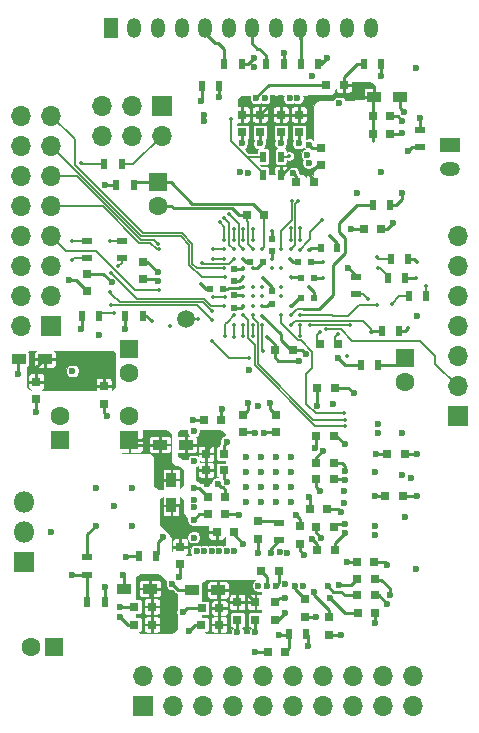
<source format=gbl>
G04 #@! TF.FileFunction,Copper,L4,Bot,Signal*
%FSLAX46Y46*%
G04 Gerber Fmt 4.6, Leading zero omitted, Abs format (unit mm)*
G04 Created by KiCad (PCBNEW 4.0.5) date 07/19/18 22:11:56*
%MOMM*%
%LPD*%
G01*
G04 APERTURE LIST*
%ADD10C,0.100000*%
%ADD11R,0.500000X0.900000*%
%ADD12R,1.200000X1.700000*%
%ADD13O,1.200000X1.700000*%
%ADD14R,0.750000X0.800000*%
%ADD15R,1.600000X1.600000*%
%ADD16C,1.600000*%
%ADD17R,0.800000X0.750000*%
%ADD18R,1.700000X1.700000*%
%ADD19O,1.700000X1.700000*%
%ADD20R,0.600000X0.700000*%
%ADD21R,0.900000X1.200000*%
%ADD22R,1.200000X0.900000*%
%ADD23R,0.900000X0.500000*%
%ADD24C,1.500000*%
%ADD25R,1.800000X1.800000*%
%ADD26O,1.800000X1.800000*%
%ADD27R,0.500000X0.600000*%
%ADD28R,0.600000X0.500000*%
%ADD29R,1.700000X1.200000*%
%ADD30O,1.700000X1.200000*%
%ADD31C,0.355600*%
%ADD32C,0.600000*%
%ADD33C,0.250000*%
%ADD34C,0.127000*%
G04 APERTURE END LIST*
D10*
D11*
X157238000Y-43942000D03*
X158738000Y-43942000D03*
D12*
X135066000Y-28956000D03*
D13*
X137066000Y-28956000D03*
X139066000Y-28956000D03*
X141066000Y-28956000D03*
X143066000Y-28956000D03*
X145066000Y-28956000D03*
X147066000Y-28956000D03*
X149066000Y-28956000D03*
X151066000Y-28956000D03*
X153066000Y-28956000D03*
X155066000Y-28956000D03*
X157066000Y-28956000D03*
D14*
X151003000Y-37834000D03*
X151003000Y-36334000D03*
D15*
X139065000Y-42069000D03*
D16*
X139065000Y-44069000D03*
D15*
X130302000Y-81407000D03*
D16*
X128302000Y-81407000D03*
D15*
X130810000Y-63849000D03*
D16*
X130810000Y-61849000D03*
D15*
X136652000Y-63849000D03*
D16*
X136652000Y-61849000D03*
D15*
X136588500Y-56197500D03*
D16*
X136588500Y-58197500D03*
D17*
X145530000Y-71628000D03*
X144030000Y-71628000D03*
D14*
X140970000Y-74410000D03*
X140970000Y-72910000D03*
D17*
X142772000Y-78105000D03*
X144272000Y-78105000D03*
X142748000Y-79502000D03*
X144248000Y-79502000D03*
X144641000Y-65024000D03*
X143141000Y-65024000D03*
X144641000Y-66421000D03*
X143141000Y-66421000D03*
X137045000Y-77978000D03*
X138545000Y-77978000D03*
X137057000Y-79502000D03*
X138557000Y-79502000D03*
X158738000Y-36449000D03*
X157238000Y-36449000D03*
X158738000Y-37973000D03*
X157238000Y-37973000D03*
D14*
X128778000Y-60440000D03*
X128778000Y-58940000D03*
X134493000Y-60821000D03*
X134493000Y-59321000D03*
D17*
X148348000Y-81788000D03*
X149848000Y-81788000D03*
X149314600Y-74930000D03*
X147814600Y-74930000D03*
X157416500Y-77025500D03*
X155916500Y-77025500D03*
X159944500Y-65087500D03*
X158444500Y-65087500D03*
X157468000Y-78486000D03*
X155968000Y-78486000D03*
X159817500Y-68643500D03*
X158317500Y-68643500D03*
D14*
X153543000Y-80379000D03*
X153543000Y-78879000D03*
D17*
X157392500Y-74231500D03*
X155892500Y-74231500D03*
X157416500Y-75628500D03*
X155916500Y-75628500D03*
D14*
X147574000Y-70751000D03*
X147574000Y-72251000D03*
X145796000Y-79109000D03*
X145796000Y-77609000D03*
X147320000Y-79109000D03*
X147320000Y-77609000D03*
D17*
X144768000Y-70167500D03*
X143268000Y-70167500D03*
D14*
X149098000Y-63234000D03*
X149098000Y-61734000D03*
D17*
X152463500Y-63500000D03*
X153963500Y-63500000D03*
X151904000Y-69723000D03*
X153404000Y-69723000D03*
X152475500Y-71247000D03*
X153975500Y-71247000D03*
X152539000Y-73152000D03*
X154039000Y-73152000D03*
D14*
X151066500Y-71195500D03*
X151066500Y-72695500D03*
X151511000Y-78855000D03*
X151511000Y-77355000D03*
D17*
X152463500Y-65786000D03*
X153963500Y-65786000D03*
X152463500Y-67183000D03*
X153963500Y-67183000D03*
X152539000Y-59436000D03*
X154039000Y-59436000D03*
D14*
X146304000Y-63234000D03*
X146304000Y-61734000D03*
D17*
X144438500Y-62166500D03*
X142938500Y-62166500D03*
X144768000Y-68707000D03*
X143268000Y-68707000D03*
X150761000Y-42037000D03*
X152261000Y-42037000D03*
D14*
X152908000Y-39128000D03*
X152908000Y-40628000D03*
D17*
X153301000Y-33782000D03*
X154801000Y-33782000D03*
D14*
X147701000Y-37834000D03*
X147701000Y-36334000D03*
X146177000Y-37834000D03*
X146177000Y-36334000D03*
X149479000Y-37834000D03*
X149479000Y-36334000D03*
X133096000Y-51296000D03*
X133096000Y-49796000D03*
X137795000Y-48780000D03*
X137795000Y-50280000D03*
D15*
X160020000Y-56928000D03*
D16*
X160020000Y-58928000D03*
D17*
X154293000Y-55753000D03*
X152793000Y-55753000D03*
X157976000Y-45974000D03*
X156476000Y-45974000D03*
D18*
X139382500Y-35560000D03*
D19*
X139382500Y-38100000D03*
X136842500Y-35560000D03*
X136842500Y-38100000D03*
X134302500Y-35560000D03*
X134302500Y-38100000D03*
D20*
X154243000Y-47625000D03*
X152843000Y-47625000D03*
D21*
X140208000Y-67226000D03*
X140208000Y-69426000D03*
D22*
X141945000Y-76581000D03*
X144145000Y-76581000D03*
X139235000Y-64262000D03*
X141435000Y-64262000D03*
X136187000Y-76454000D03*
X138387000Y-76454000D03*
X159596000Y-34798000D03*
X157396000Y-34798000D03*
X127297000Y-57023000D03*
X129497000Y-57023000D03*
D18*
X137795000Y-86360000D03*
D19*
X137795000Y-83820000D03*
X140335000Y-86360000D03*
X140335000Y-83820000D03*
X142875000Y-86360000D03*
X142875000Y-83820000D03*
X145415000Y-86360000D03*
X145415000Y-83820000D03*
X147955000Y-86360000D03*
X147955000Y-83820000D03*
X150495000Y-86360000D03*
X150495000Y-83820000D03*
X153035000Y-86360000D03*
X153035000Y-83820000D03*
X155575000Y-86360000D03*
X155575000Y-83820000D03*
X158115000Y-86360000D03*
X158115000Y-83820000D03*
X160655000Y-86360000D03*
X160655000Y-83820000D03*
D11*
X133096000Y-77597000D03*
X134596000Y-77597000D03*
D23*
X133096000Y-75299000D03*
X133096000Y-73799000D03*
D11*
X150126000Y-80264000D03*
X151626000Y-80264000D03*
D23*
X133096000Y-48502000D03*
X133096000Y-47002000D03*
X136017000Y-48502000D03*
X136017000Y-47002000D03*
X149352000Y-70878000D03*
X149352000Y-72378000D03*
D11*
X138926000Y-73660000D03*
X137426000Y-73660000D03*
X142760000Y-33909000D03*
X144260000Y-33909000D03*
X156476000Y-32004000D03*
X157976000Y-32004000D03*
X144665000Y-32004000D03*
X146165000Y-32004000D03*
X148221000Y-32004000D03*
X149721000Y-32004000D03*
X151142000Y-32004000D03*
X152642000Y-32004000D03*
X132600000Y-53340000D03*
X134100000Y-53340000D03*
X136283000Y-53340000D03*
X137783000Y-53340000D03*
X134505000Y-40513000D03*
X136005000Y-40513000D03*
X157722000Y-57531000D03*
X156222000Y-57531000D03*
X137021000Y-42291000D03*
X135521000Y-42291000D03*
X159500000Y-54610000D03*
X158000000Y-54610000D03*
X160020000Y-50165000D03*
X158520000Y-50165000D03*
X160286000Y-51689000D03*
X161786000Y-51689000D03*
D23*
X155829000Y-50050000D03*
X155829000Y-51550000D03*
D11*
X160262000Y-48514000D03*
X158762000Y-48514000D03*
D24*
X141478000Y-53594000D03*
D25*
X127762000Y-74168000D03*
D26*
X127762000Y-71628000D03*
X127762000Y-69088000D03*
D14*
X148971000Y-79109000D03*
X148971000Y-77609000D03*
D18*
X130048000Y-54229000D03*
D19*
X127508000Y-54229000D03*
X130048000Y-51689000D03*
X127508000Y-51689000D03*
X130048000Y-49149000D03*
X127508000Y-49149000D03*
X130048000Y-46609000D03*
X127508000Y-46609000D03*
X130048000Y-44069000D03*
X127508000Y-44069000D03*
X130048000Y-41529000D03*
X127508000Y-41529000D03*
X130048000Y-38989000D03*
X127508000Y-38989000D03*
X130048000Y-36449000D03*
X127508000Y-36449000D03*
D11*
X149455000Y-39878000D03*
X147955000Y-39878000D03*
X149467000Y-41402000D03*
X147967000Y-41402000D03*
D27*
X148717000Y-47921000D03*
X148717000Y-46821000D03*
D28*
X151215000Y-50165000D03*
X152315000Y-50165000D03*
X144568000Y-51054000D03*
X143468000Y-51054000D03*
D27*
X145542000Y-49361000D03*
X145542000Y-50461000D03*
X148717000Y-52366000D03*
X148717000Y-51266000D03*
D28*
X146897000Y-48768000D03*
X147997000Y-48768000D03*
X150961000Y-48768000D03*
X152061000Y-48768000D03*
X151173000Y-51816000D03*
X152273000Y-51816000D03*
D27*
X145542000Y-52705000D03*
X145542000Y-51605000D03*
D17*
X148971000Y-56261000D03*
X150471000Y-56261000D03*
X146570000Y-44831000D03*
X148070000Y-44831000D03*
D18*
X164465000Y-61849000D03*
D19*
X164465000Y-59309000D03*
X164465000Y-56769000D03*
X164465000Y-54229000D03*
X164465000Y-51689000D03*
X164465000Y-49149000D03*
X164465000Y-46609000D03*
D29*
X163830000Y-38894000D03*
D30*
X163830000Y-40894000D03*
D23*
X161290000Y-37592000D03*
X161290000Y-39092000D03*
D31*
X149513272Y-50932999D03*
X147110912Y-50903836D03*
X147891500Y-50927000D03*
X147891500Y-51689000D03*
X148717000Y-49339500D03*
X147117928Y-52495872D03*
X147096888Y-51718881D03*
X149505837Y-51725714D03*
X149479000Y-49339500D03*
D32*
X157988000Y-41148000D03*
X155956000Y-42926000D03*
X159004000Y-45466000D03*
X161036000Y-53340000D03*
X153416000Y-31496000D03*
X152146000Y-33020000D03*
X160909000Y-32385000D03*
D31*
X151892000Y-50927000D03*
X147955000Y-50165000D03*
X148698000Y-46148272D03*
X142733710Y-50687290D03*
X146298000Y-51717728D03*
X146298000Y-50117728D03*
X153035000Y-48768000D03*
X153035000Y-50165000D03*
D32*
X150495000Y-41275000D03*
X142748000Y-35179000D03*
X151862998Y-38862000D03*
X147193000Y-31496000D03*
X147193000Y-32258000D03*
X146727164Y-41232836D03*
X146050000Y-41148000D03*
X157480000Y-71882000D03*
X146812000Y-57912000D03*
X160909000Y-74803000D03*
D31*
X150195354Y-39832354D03*
X147082728Y-49332999D03*
D32*
X134747000Y-61849000D03*
X128778000Y-61468000D03*
X131826000Y-58039000D03*
X154559000Y-80391000D03*
X152486998Y-78867000D03*
X147320000Y-81788000D03*
X147320000Y-80137000D03*
X145796000Y-80137000D03*
X149860000Y-78486000D03*
X157480000Y-79375000D03*
X145923000Y-70231000D03*
X151892000Y-68707000D03*
X150749000Y-70231000D03*
X152908000Y-72136000D03*
X154813000Y-69215000D03*
X154813000Y-68199000D03*
X142113000Y-68961000D03*
X142113716Y-69591950D03*
X136398000Y-73787000D03*
X140843000Y-75438000D03*
X146304000Y-72644000D03*
X142113000Y-72136000D03*
X142113000Y-65659000D03*
X142113000Y-63119000D03*
X149987000Y-73406000D03*
X149860000Y-76073000D03*
X145542000Y-73279000D03*
X144907000Y-73279000D03*
X144272000Y-73279000D03*
X143637000Y-73279000D03*
X143002000Y-73279000D03*
X142349500Y-73279000D03*
X147574000Y-76200000D03*
X144145000Y-67564000D03*
X144907000Y-67437000D03*
X144907000Y-64008000D03*
X146558000Y-65278000D03*
X146558000Y-66548000D03*
X146558000Y-67818000D03*
X146558000Y-69088000D03*
X150368000Y-69088000D03*
X149098000Y-69088000D03*
X147828000Y-69088000D03*
X150368000Y-67818000D03*
X149098000Y-67818000D03*
X147828000Y-67818000D03*
X150368000Y-66548000D03*
X149098000Y-66548000D03*
X147828000Y-66548000D03*
X150368000Y-65278000D03*
X149098000Y-65278000D03*
X147828000Y-65278000D03*
X148082000Y-63246000D03*
X147320000Y-63246000D03*
X147574000Y-60960000D03*
X153924000Y-60833000D03*
X152527000Y-60960000D03*
X153035000Y-64770000D03*
X152781000Y-68199000D03*
X152400000Y-64516000D03*
X152146000Y-72263000D03*
X151384000Y-76200000D03*
X144526000Y-61214000D03*
X149377516Y-73403681D03*
X158496000Y-77724000D03*
X158740677Y-76971323D03*
X158496000Y-74422000D03*
X157480000Y-71120000D03*
X160020000Y-70358000D03*
X160528000Y-67056000D03*
X161036000Y-68580000D03*
X157480000Y-66548000D03*
X159766000Y-66802000D03*
X161036000Y-65024000D03*
X157734000Y-62484000D03*
X157734000Y-63246000D03*
X159766000Y-63246000D03*
X141172052Y-78434052D03*
X141732000Y-80010000D03*
X159766000Y-37846000D03*
X159766000Y-36830000D03*
D31*
X154349413Y-54888096D03*
X155067000Y-56769000D03*
D32*
X149733000Y-31115000D03*
X148116999Y-34925001D03*
X146177000Y-38735000D03*
X147701000Y-38735000D03*
X151003000Y-38735000D03*
X149479000Y-38735000D03*
X154432000Y-35306000D03*
X150241000Y-34925000D03*
X150876000Y-34925000D03*
X135890000Y-78867000D03*
X135890000Y-77978000D03*
X134620000Y-76327000D03*
D31*
X131826000Y-46990000D03*
X135001000Y-46990000D03*
D32*
X139065000Y-49691997D03*
X131572000Y-50292000D03*
X151701500Y-39751000D03*
X151828500Y-40386000D03*
X142938500Y-36830000D03*
X142938500Y-36322000D03*
X161290000Y-36576000D03*
X155448000Y-45974000D03*
D31*
X161798000Y-50800000D03*
D32*
X155194000Y-49276000D03*
D31*
X161036000Y-48768000D03*
X160909000Y-50165000D03*
X146290439Y-50940561D03*
X148699388Y-48531612D03*
D32*
X130048000Y-71628000D03*
X136187000Y-76454000D03*
X135173999Y-50535981D03*
X136271000Y-54461398D03*
X132588000Y-54483000D03*
X127254000Y-58293000D03*
D31*
X160274000Y-54356000D03*
X153670000Y-46609000D03*
X140081000Y-54229000D03*
D32*
X139065000Y-50419000D03*
D31*
X147882728Y-52533000D03*
X152781000Y-54737000D03*
X150299113Y-50118882D03*
X146282727Y-49333001D03*
D32*
X159893000Y-36068000D03*
X136144000Y-75311000D03*
X136849500Y-71130500D03*
X136849500Y-67930500D03*
X135324500Y-69455500D03*
X135324500Y-69455500D03*
X133799500Y-67930500D03*
X140280038Y-76073000D03*
X133799500Y-71130500D03*
X134112000Y-54991000D03*
X154305000Y-56896000D03*
X134620000Y-42291000D03*
D31*
X146298001Y-52548272D03*
X146299035Y-48518802D03*
X150269330Y-48545469D03*
X150313272Y-52533001D03*
D32*
X143002000Y-71501000D03*
X154876501Y-71755000D03*
X154876501Y-70993000D03*
X154559000Y-69977000D03*
X142875000Y-72517000D03*
X142367000Y-71374000D03*
X154876500Y-64198500D03*
X146685000Y-76454000D03*
X145796000Y-76581000D03*
X142113000Y-70612000D03*
X143256000Y-67564000D03*
X144145000Y-63754000D03*
X148590000Y-60706000D03*
X149860000Y-77216000D03*
X150656997Y-76200000D03*
X140081000Y-77089000D03*
X154876500Y-67246500D03*
X154876500Y-66484500D03*
X151447500Y-73596500D03*
X151638000Y-41148000D03*
X149479000Y-34925000D03*
X148844000Y-34925000D03*
X142113000Y-67945000D03*
X134874000Y-57785000D03*
X146685000Y-60706000D03*
X142049500Y-62166500D03*
X155638500Y-59880500D03*
X149352000Y-80391000D03*
X148653500Y-73469500D03*
X149098000Y-76200000D03*
X148336000Y-76200000D03*
X153479500Y-76263500D03*
X157543500Y-65087500D03*
X153660677Y-77225323D03*
X157416500Y-68643500D03*
X152273000Y-76708000D03*
X155065498Y-74231500D03*
X154368500Y-76136500D03*
X147510500Y-73469500D03*
X157988000Y-33020000D03*
X147389998Y-34925000D03*
X151638000Y-56615500D03*
D31*
X147898001Y-53348273D03*
D32*
X150993924Y-57167500D03*
D31*
X148336000Y-55118000D03*
X147897999Y-47717727D03*
X147083569Y-47733810D03*
X132524500Y-40386000D03*
X157099000Y-54737000D03*
X150313272Y-54133000D03*
X151892000Y-47752000D03*
X135064500Y-49720500D03*
X144682728Y-52533000D03*
X142494000Y-53594000D03*
X139192000Y-51181000D03*
X139193918Y-47709063D03*
X143764000Y-51741077D03*
X144705047Y-51741077D03*
X131826000Y-48641000D03*
X135716816Y-49153460D03*
X135064500Y-52451000D03*
X143637000Y-53721000D03*
X135001000Y-51371500D03*
X143637000Y-52933000D03*
X138557000Y-53802867D03*
X146812000Y-56896000D03*
X143637000Y-55483422D03*
X135382000Y-53090000D03*
X155328272Y-54148272D03*
X151897999Y-54148272D03*
X156845000Y-51943000D03*
D32*
X151765000Y-81280000D03*
D31*
X153308973Y-54524867D03*
X157607000Y-52451000D03*
X151113272Y-53332999D03*
X151098001Y-54148272D03*
X151129700Y-55054500D03*
X157734000Y-49276000D03*
X144698819Y-50118578D03*
X144697126Y-49318635D03*
X145482728Y-48533000D03*
X142786617Y-48892233D03*
D32*
X131826000Y-75311000D03*
X139477476Y-72078169D03*
X144272000Y-34798000D03*
D31*
X158877000Y-52324000D03*
X157607000Y-48387000D03*
X146282728Y-53333000D03*
X154940000Y-62674500D03*
X154876500Y-62166500D03*
X147082728Y-53332999D03*
X154813000Y-61595000D03*
X149484308Y-53334525D03*
X147961428Y-56330928D03*
X147898001Y-54148273D03*
X147090705Y-55093295D03*
X147090705Y-54140829D03*
X146298000Y-55112000D03*
X146298000Y-54148272D03*
X145497199Y-55136699D03*
X145497199Y-54147440D03*
X144716500Y-55054500D03*
X145484046Y-53334272D03*
X145478500Y-45974000D03*
X145498001Y-46917728D03*
X146304000Y-45974000D03*
X146304000Y-46926500D03*
X147082727Y-45990427D03*
X147082727Y-46932999D03*
X150427117Y-43667126D03*
X149513272Y-47733000D03*
X150933072Y-43681572D03*
X150299280Y-47746946D03*
X150304500Y-45910500D03*
X150304500Y-46926500D03*
X151066500Y-45910500D03*
X151113273Y-46932999D03*
X152971500Y-45275500D03*
X151066500Y-47752000D03*
X145041572Y-44711572D03*
X146282728Y-47733001D03*
X144660572Y-45092572D03*
X145490181Y-47740304D03*
X143732200Y-48533000D03*
X144682728Y-48533000D03*
X143700500Y-47688500D03*
X144690162Y-47725715D03*
X144319321Y-45433823D03*
X144698000Y-46917728D03*
X139065000Y-47244000D03*
X145288000Y-36703000D03*
D32*
X160274000Y-39370000D03*
X159766000Y-42926000D03*
D31*
X150313272Y-53333000D03*
D33*
X157976000Y-45974000D02*
X158496000Y-45974000D01*
X158496000Y-45974000D02*
X159004000Y-45466000D01*
X152642000Y-32004000D02*
X152908000Y-32004000D01*
X152908000Y-32004000D02*
X153416000Y-31496000D01*
X152642000Y-31750000D02*
X153162000Y-31750000D01*
X153162000Y-31750000D02*
X153416000Y-31496000D01*
X152273000Y-51816000D02*
X152273000Y-51308000D01*
X152273000Y-51308000D02*
X151892000Y-50927000D01*
X148717000Y-51266000D02*
X148717000Y-50927000D01*
X148717000Y-50927000D02*
X147955000Y-50165000D01*
X148717000Y-46821000D02*
X148717000Y-46167272D01*
X148717000Y-46167272D02*
X148698000Y-46148272D01*
X147082728Y-49332999D02*
X147432001Y-49332999D01*
X147432001Y-49332999D02*
X147997000Y-48768000D01*
X143468000Y-51054000D02*
X143100420Y-51054000D01*
X143100420Y-51054000D02*
X142733710Y-50687290D01*
X145542000Y-51605000D02*
X146185272Y-51605000D01*
X146185272Y-51605000D02*
X146298000Y-51717728D01*
X145542000Y-50461000D02*
X145954728Y-50461000D01*
X145954728Y-50461000D02*
X146298000Y-50117728D01*
X152061000Y-48768000D02*
X153035000Y-48768000D01*
X152315000Y-50165000D02*
X153035000Y-50165000D01*
X150761000Y-42037000D02*
X150761000Y-41541000D01*
X150761000Y-41541000D02*
X150495000Y-41275000D01*
X142760000Y-33909000D02*
X142760000Y-35167000D01*
X142760000Y-35167000D02*
X142748000Y-35179000D01*
X146165000Y-32004000D02*
X146685000Y-32004000D01*
X146685000Y-32004000D02*
X147193000Y-31496000D01*
X146165000Y-32004000D02*
X146304000Y-32004000D01*
X152908000Y-39128000D02*
X152128998Y-39128000D01*
X152128998Y-39128000D02*
X151862998Y-38862000D01*
D34*
X149455000Y-39878000D02*
X150149708Y-39878000D01*
X150149708Y-39878000D02*
X150195354Y-39832354D01*
D33*
X134493000Y-60821000D02*
X134493000Y-61595000D01*
X134493000Y-61595000D02*
X134747000Y-61849000D01*
X128778000Y-60440000D02*
X128778000Y-61468000D01*
X153543000Y-80379000D02*
X154547000Y-80379000D01*
X154547000Y-80379000D02*
X154559000Y-80391000D01*
X151511000Y-78855000D02*
X152474998Y-78855000D01*
X152474998Y-78855000D02*
X152486998Y-78867000D01*
X148348000Y-81788000D02*
X147320000Y-81788000D01*
X147320000Y-79109000D02*
X147320000Y-80137000D01*
X145796000Y-79109000D02*
X145796000Y-80137000D01*
X148971000Y-79109000D02*
X149237000Y-79109000D01*
X149237000Y-79109000D02*
X149860000Y-78486000D01*
X157468000Y-78486000D02*
X157468000Y-79363000D01*
X157468000Y-79363000D02*
X157480000Y-79375000D01*
X144438500Y-67857500D02*
X144543500Y-67857500D01*
X144543500Y-67857500D02*
X144768000Y-68082000D01*
X144768000Y-68082000D02*
X144768000Y-68707000D01*
X144768000Y-70167500D02*
X145859500Y-70167500D01*
X145859500Y-70167500D02*
X145923000Y-70231000D01*
X151904000Y-69723000D02*
X151904000Y-68719000D01*
X151904000Y-68719000D02*
X151892000Y-68707000D01*
X151066500Y-71195500D02*
X151066500Y-70548500D01*
X151066500Y-70548500D02*
X150749000Y-70231000D01*
X152475500Y-71247000D02*
X152475500Y-71703500D01*
X152475500Y-71703500D02*
X152908000Y-72136000D01*
X137426000Y-73660000D02*
X136525000Y-73660000D01*
X136525000Y-73660000D02*
X136398000Y-73787000D01*
X140970000Y-74410000D02*
X140970000Y-75311000D01*
X140970000Y-75311000D02*
X140843000Y-75438000D01*
X145530000Y-71628000D02*
X145530000Y-71870000D01*
X145530000Y-71870000D02*
X146304000Y-72644000D01*
X144438500Y-67857500D02*
X144145000Y-67564000D01*
X144641000Y-66421000D02*
X144641000Y-67171000D01*
X144641000Y-67171000D02*
X144907000Y-67437000D01*
X144641000Y-65024000D02*
X144641000Y-64274000D01*
X144641000Y-64274000D02*
X144907000Y-64008000D01*
X149098000Y-63234000D02*
X148094000Y-63234000D01*
X148094000Y-63234000D02*
X148082000Y-63246000D01*
X146304000Y-63234000D02*
X147308000Y-63234000D01*
X147308000Y-63234000D02*
X147320000Y-63246000D01*
X152539000Y-59436000D02*
X152539000Y-60948000D01*
X152539000Y-60948000D02*
X152527000Y-60960000D01*
X152463500Y-65786000D02*
X152463500Y-65341500D01*
X152463500Y-65341500D02*
X153035000Y-64770000D01*
X152463500Y-67183000D02*
X152463500Y-67881500D01*
X152463500Y-67881500D02*
X152781000Y-68199000D01*
X152463500Y-63500000D02*
X152463500Y-64452500D01*
X152463500Y-64452500D02*
X152400000Y-64516000D01*
X152539000Y-73152000D02*
X152539000Y-72656000D01*
X152539000Y-72656000D02*
X152146000Y-72263000D01*
X144438500Y-62166500D02*
X144438500Y-61301500D01*
X144438500Y-61301500D02*
X144526000Y-61214000D01*
X157416500Y-77025500D02*
X157797500Y-77025500D01*
X157797500Y-77025500D02*
X158496000Y-77724000D01*
X157988000Y-75692000D02*
X158740677Y-76444677D01*
X158740677Y-76444677D02*
X158740677Y-76971323D01*
X157505000Y-75692000D02*
X157988000Y-75692000D01*
X157416500Y-75628500D02*
X157441500Y-75628500D01*
X157441500Y-75628500D02*
X157505000Y-75692000D01*
X157392500Y-74231500D02*
X158305500Y-74231500D01*
X158305500Y-74231500D02*
X158496000Y-74422000D01*
X159817500Y-68643500D02*
X160972500Y-68643500D01*
X160972500Y-68643500D02*
X161036000Y-68580000D01*
X159944500Y-65087500D02*
X160972500Y-65087500D01*
X160972500Y-65087500D02*
X161036000Y-65024000D01*
X142772000Y-78105000D02*
X141501104Y-78105000D01*
X141501104Y-78105000D02*
X141172052Y-78434052D01*
X142748000Y-79502000D02*
X142240000Y-79502000D01*
X142240000Y-79502000D02*
X141732000Y-80010000D01*
X158738000Y-37973000D02*
X159639000Y-37973000D01*
X159639000Y-37973000D02*
X159766000Y-37846000D01*
X158738000Y-36449000D02*
X159385000Y-36449000D01*
X159385000Y-36449000D02*
X159766000Y-36830000D01*
D34*
X154039000Y-55130000D02*
X154349413Y-54888096D01*
X154305000Y-54864000D02*
X154325317Y-54864000D01*
X154325317Y-54864000D02*
X154349413Y-54888096D01*
D33*
X149721000Y-32004000D02*
X149721000Y-31127000D01*
X149721000Y-31127000D02*
X149733000Y-31115000D01*
X146177000Y-37834000D02*
X146177000Y-38735000D01*
X147701000Y-37834000D02*
X147701000Y-38735000D01*
X151003000Y-37834000D02*
X151003000Y-38735000D01*
X149479000Y-37834000D02*
X149479000Y-38735000D01*
X137057000Y-79502000D02*
X136525000Y-79502000D01*
X136525000Y-79502000D02*
X135890000Y-78867000D01*
X137045000Y-77978000D02*
X135890000Y-77978000D01*
X134596000Y-77597000D02*
X134596000Y-76351000D01*
X134596000Y-76351000D02*
X134620000Y-76327000D01*
D34*
X133096000Y-47002000D02*
X131838000Y-47002000D01*
X131838000Y-47002000D02*
X131826000Y-46990000D01*
X136017000Y-47002000D02*
X135013000Y-47002000D01*
X135013000Y-47002000D02*
X135001000Y-46990000D01*
D33*
X137795000Y-48780000D02*
X138176000Y-48780000D01*
X139065000Y-49691997D02*
X139065000Y-49669000D01*
X139065000Y-49669000D02*
X138176000Y-48780000D01*
X131572000Y-50292000D02*
X132092000Y-50292000D01*
X132092000Y-50292000D02*
X133096000Y-51296000D01*
D34*
X154039000Y-55753000D02*
X154039000Y-55130000D01*
D33*
X161290000Y-37592000D02*
X161290000Y-36576000D01*
X155448000Y-45974000D02*
X156476000Y-45974000D01*
D34*
X161786000Y-51689000D02*
X161786000Y-50812000D01*
X161786000Y-50812000D02*
X161798000Y-50800000D01*
D33*
X154243000Y-47625000D02*
X154243000Y-47182000D01*
X154243000Y-47182000D02*
X153670000Y-46609000D01*
X155829000Y-50050000D02*
X155829000Y-49911000D01*
X155829000Y-49911000D02*
X155194000Y-49276000D01*
X160262000Y-48514000D02*
X160782000Y-48514000D01*
X160782000Y-48514000D02*
X161036000Y-48768000D01*
X160020000Y-50165000D02*
X160909000Y-50165000D01*
X144568000Y-51054000D02*
X144990600Y-51054000D01*
X144990600Y-51054000D02*
X144991601Y-51052999D01*
X144991601Y-51052999D02*
X145926554Y-51052999D01*
X145926554Y-51052999D02*
X146038992Y-50940561D01*
X146038992Y-50940561D02*
X146290439Y-50940561D01*
X148699388Y-48531612D02*
X148699388Y-47938612D01*
X148699388Y-47938612D02*
X148717000Y-47921000D01*
X150299113Y-50118882D02*
X151168882Y-50118882D01*
X151168882Y-50118882D02*
X151215000Y-50165000D01*
X148717000Y-52366000D02*
X148484500Y-52366000D01*
X148484500Y-52366000D02*
X148317500Y-52533000D01*
X145542000Y-49361000D02*
X146254728Y-49361000D01*
X146254728Y-49361000D02*
X146282727Y-49333001D01*
X133096000Y-49796000D02*
X134434018Y-49796000D01*
X134434018Y-49796000D02*
X135173999Y-50535981D01*
X160020000Y-50165000D02*
X159893000Y-50165000D01*
X155829000Y-50050000D02*
X155944000Y-50050000D01*
X150321231Y-50141000D02*
X150299113Y-50118882D01*
X136283000Y-53340000D02*
X136283000Y-54449398D01*
X136283000Y-54449398D02*
X136271000Y-54461398D01*
X132600000Y-53340000D02*
X132600000Y-54471000D01*
X132600000Y-54471000D02*
X132588000Y-54483000D01*
X127254000Y-58293000D02*
X127254000Y-57066000D01*
X127254000Y-57066000D02*
X127297000Y-57023000D01*
X159500000Y-54610000D02*
X160020000Y-54610000D01*
X160020000Y-54610000D02*
X160274000Y-54356000D01*
D34*
X160389000Y-48831500D02*
X160262000Y-48704500D01*
X139382500Y-38100000D02*
X136969500Y-40513000D01*
X136969500Y-40513000D02*
X136005000Y-40513000D01*
D33*
X137795000Y-50280000D02*
X138926000Y-50280000D01*
X138926000Y-50280000D02*
X139065000Y-50419000D01*
D34*
X152539000Y-55753000D02*
X152539000Y-54979000D01*
X152539000Y-54979000D02*
X152781000Y-54737000D01*
D33*
X147882728Y-52533000D02*
X148317500Y-52533000D01*
X159596000Y-34798000D02*
X159596000Y-35771000D01*
X159596000Y-35771000D02*
X159893000Y-36068000D01*
X136187000Y-76454000D02*
X136187000Y-75354000D01*
X136187000Y-75354000D02*
X136144000Y-75311000D01*
X133096000Y-73799000D02*
X133096000Y-71834000D01*
X133096000Y-71834000D02*
X133799500Y-71130500D01*
X140208000Y-67226000D02*
X139508000Y-67226000D01*
X139508000Y-67226000D02*
X139235000Y-66953000D01*
X139235000Y-66953000D02*
X139235000Y-64962000D01*
X139235000Y-64962000D02*
X139235000Y-64262000D01*
X139235000Y-64262000D02*
X137065000Y-64262000D01*
X137065000Y-64262000D02*
X136652000Y-63849000D01*
X141945000Y-76581000D02*
X140788038Y-76581000D01*
X140788038Y-76581000D02*
X140280038Y-76073000D01*
X146897000Y-48768000D02*
X146548233Y-48768000D01*
X146548233Y-48768000D02*
X146299035Y-48518802D01*
X145542000Y-52705000D02*
X146141273Y-52705000D01*
X146141273Y-52705000D02*
X146298001Y-52548272D01*
X151173000Y-51816000D02*
X151030273Y-51816000D01*
X151030273Y-51816000D02*
X150313272Y-52533001D01*
X150961000Y-48768000D02*
X150491861Y-48768000D01*
X150491861Y-48768000D02*
X150269330Y-48545469D01*
X150300799Y-48514000D02*
X150269330Y-48545469D01*
X156222000Y-57531000D02*
X154940000Y-57531000D01*
X154940000Y-57531000D02*
X154305000Y-56896000D01*
X135521000Y-42291000D02*
X134620000Y-42291000D01*
X144030000Y-71628000D02*
X143129000Y-71628000D01*
X143129000Y-71628000D02*
X143002000Y-71501000D01*
X154039000Y-72656000D02*
X154039000Y-72592501D01*
X154039000Y-72592501D02*
X154876501Y-71755000D01*
X154876501Y-70993000D02*
X154229500Y-70993000D01*
X154229500Y-70993000D02*
X153975500Y-71247000D01*
X153404000Y-69723000D02*
X154305000Y-69723000D01*
X154305000Y-69723000D02*
X154559000Y-69977000D01*
X144030000Y-71628000D02*
X142621000Y-71628000D01*
X142621000Y-71628000D02*
X142367000Y-71374000D01*
X140970000Y-72898000D02*
X141620000Y-72898000D01*
X142665001Y-72726999D02*
X142875000Y-72517000D01*
X141620000Y-72898000D02*
X141791001Y-72726999D01*
X141791001Y-72726999D02*
X142665001Y-72726999D01*
X142113000Y-71374000D02*
X142367000Y-71374000D01*
X140946000Y-71374000D02*
X142113000Y-71374000D01*
X153963500Y-63500000D02*
X154178000Y-63500000D01*
X154178000Y-63500000D02*
X154876500Y-64198500D01*
X154039000Y-73152000D02*
X154039000Y-72656000D01*
X140946000Y-71374000D02*
X140946000Y-69464000D01*
X140946000Y-69464000D02*
X140908000Y-69426000D01*
X140908000Y-69426000D02*
X140208000Y-69426000D01*
X140970000Y-72898000D02*
X140970000Y-71398000D01*
X140970000Y-71398000D02*
X140946000Y-71374000D01*
X146685000Y-76454000D02*
X145923000Y-76454000D01*
X145923000Y-76454000D02*
X145796000Y-76581000D01*
X146685000Y-76454000D02*
X146685000Y-76974000D01*
X146685000Y-76974000D02*
X147320000Y-77609000D01*
X145796000Y-76581000D02*
X145796000Y-77609000D01*
X145796000Y-76581000D02*
X145935000Y-76581000D01*
X144272000Y-78105000D02*
X144272000Y-76708000D01*
X144272000Y-76708000D02*
X144145000Y-76581000D01*
X144272000Y-78105000D02*
X144272000Y-79478000D01*
X144272000Y-79478000D02*
X144248000Y-79502000D01*
X144145000Y-76581000D02*
X145796000Y-76581000D01*
X143268000Y-70167500D02*
X142557500Y-70167500D01*
X142557500Y-70167500D02*
X142113000Y-70612000D01*
X143141000Y-66421000D02*
X143141000Y-67449000D01*
X143141000Y-67449000D02*
X143256000Y-67564000D01*
X143141000Y-65024000D02*
X143141000Y-64758000D01*
X143141000Y-64758000D02*
X144145000Y-63754000D01*
X143141000Y-66421000D02*
X143141000Y-65024000D01*
X143383000Y-64262000D02*
X143510000Y-64262000D01*
X144145000Y-63754000D02*
X143637000Y-64262000D01*
X143637000Y-64262000D02*
X143510000Y-64262000D01*
X141435000Y-64262000D02*
X143383000Y-64262000D01*
X148590000Y-60706000D02*
X148590000Y-61226000D01*
X148590000Y-61226000D02*
X149098000Y-61734000D01*
X149860000Y-77216000D02*
X149364000Y-77216000D01*
X149364000Y-77216000D02*
X148971000Y-77609000D01*
X151511000Y-77355000D02*
X150656997Y-76500997D01*
X150656997Y-76500997D02*
X150656997Y-76200000D01*
X153963500Y-65786000D02*
X154613500Y-65786000D01*
X154613500Y-65786000D02*
X154876500Y-66049000D01*
X154876500Y-66049000D02*
X154876500Y-66484500D01*
X153963500Y-67183000D02*
X154813000Y-67183000D01*
X154813000Y-67183000D02*
X154876500Y-67246500D01*
X138387000Y-76454000D02*
X139446000Y-76454000D01*
X139446000Y-76454000D02*
X140081000Y-77089000D01*
X138545000Y-77978000D02*
X138545000Y-76612000D01*
X138545000Y-76612000D02*
X138387000Y-76454000D01*
X138557000Y-79502000D02*
X138557000Y-77990000D01*
X138557000Y-77990000D02*
X138545000Y-77978000D01*
X151066500Y-72695500D02*
X151066500Y-73215500D01*
X151066500Y-73215500D02*
X151447500Y-73596500D01*
X152261000Y-42037000D02*
X152261000Y-41771000D01*
X152261000Y-41771000D02*
X151638000Y-41148000D01*
X149467000Y-41402000D02*
X149551038Y-41402000D01*
X149551038Y-41402000D02*
X150230039Y-40722999D01*
X150230039Y-40722999D02*
X151212999Y-40722999D01*
X151212999Y-40722999D02*
X151338001Y-40848001D01*
X151338001Y-40848001D02*
X151638000Y-41148000D01*
D34*
X149467000Y-41402000D02*
X149467000Y-41202000D01*
X149467000Y-41202000D02*
X149521000Y-41148000D01*
D33*
X156476000Y-32004000D02*
X155954000Y-32004000D01*
X155954000Y-32004000D02*
X154801000Y-33157000D01*
X154801000Y-33157000D02*
X154801000Y-33782000D01*
X147701000Y-36334000D02*
X148844000Y-35191000D01*
X148844000Y-35191000D02*
X148844000Y-34925000D01*
X154801000Y-33782000D02*
X157080000Y-33782000D01*
X157080000Y-33782000D02*
X157396000Y-34098000D01*
X157396000Y-34098000D02*
X157396000Y-34798000D01*
X147701000Y-36334000D02*
X147701000Y-36068000D01*
X147701000Y-36334000D02*
X146177000Y-36334000D01*
X149606737Y-35477001D02*
X149396001Y-35477001D01*
X149396001Y-35477001D02*
X148844000Y-34925000D01*
X157396000Y-34798000D02*
X156546000Y-34798000D01*
X156546000Y-34798000D02*
X156501999Y-34753999D01*
X156501999Y-34753999D02*
X151863963Y-34753999D01*
X151863963Y-34753999D02*
X151140961Y-35477001D01*
X151140961Y-35477001D02*
X149606737Y-35477001D01*
X149606737Y-35477001D02*
X149479000Y-35349264D01*
X149479000Y-35349264D02*
X149479000Y-34925000D01*
X151003000Y-36334000D02*
X149479000Y-36334000D01*
X157366000Y-34798000D02*
X157396000Y-34798000D01*
X157238000Y-38598000D02*
X157238000Y-37973000D01*
X151638000Y-41148000D02*
X152062264Y-41148000D01*
X152062264Y-41148000D02*
X152908000Y-40302264D01*
X149606000Y-34798000D02*
X149479000Y-34925000D01*
X149479000Y-34925000D02*
X149479000Y-36183000D01*
X149479000Y-36183000D02*
X149491000Y-36195000D01*
X147752500Y-36068000D02*
X147752500Y-36016500D01*
X157238000Y-36449000D02*
X157238000Y-34956000D01*
X157238000Y-34956000D02*
X157396000Y-34798000D01*
X157238000Y-37973000D02*
X157238000Y-36449000D01*
X142113000Y-67945000D02*
X142506000Y-67945000D01*
X142506000Y-67945000D02*
X143268000Y-68707000D01*
X128778000Y-58940000D02*
X128778000Y-57742000D01*
X128778000Y-57742000D02*
X129497000Y-57023000D01*
X134493000Y-59321000D02*
X134493000Y-58166000D01*
X134493000Y-58166000D02*
X134874000Y-57785000D01*
X129497000Y-57023000D02*
X134112000Y-57023000D01*
X134112000Y-57023000D02*
X134874000Y-57785000D01*
X146685000Y-60706000D02*
X146685000Y-61353000D01*
X146685000Y-61353000D02*
X146304000Y-61734000D01*
X154039000Y-59436000D02*
X155194000Y-59436000D01*
X155194000Y-59436000D02*
X155638500Y-59880500D01*
X142938500Y-62166500D02*
X142049500Y-62166500D01*
X150126000Y-80264000D02*
X150126000Y-81510000D01*
X150126000Y-81510000D02*
X149848000Y-81788000D01*
X149352000Y-80391000D02*
X149999000Y-80391000D01*
X149999000Y-80391000D02*
X150126000Y-80264000D01*
X148653500Y-73469500D02*
X148653500Y-73076500D01*
X148653500Y-73076500D02*
X149352000Y-72378000D01*
X149314600Y-74930000D02*
X149314600Y-75983400D01*
X149314600Y-75983400D02*
X149098000Y-76200000D01*
X148336000Y-76200000D02*
X148336000Y-75451400D01*
X148336000Y-75451400D02*
X147814600Y-74930000D01*
X153479500Y-76263500D02*
X153924000Y-76708000D01*
X153924000Y-76708000D02*
X154559000Y-76708000D01*
X154559000Y-76708000D02*
X154876500Y-77025500D01*
X154876500Y-77025500D02*
X155266500Y-77025500D01*
X155266500Y-77025500D02*
X155916500Y-77025500D01*
X158444500Y-65087500D02*
X157543500Y-65087500D01*
X154921354Y-78486000D02*
X155968000Y-78486000D01*
X153660677Y-77225323D02*
X154921354Y-78486000D01*
X158317500Y-68643500D02*
X157416500Y-68643500D01*
X152400000Y-77089000D02*
X152273000Y-76962000D01*
X152273000Y-76962000D02*
X152273000Y-76708000D01*
X153543000Y-78232000D02*
X152400000Y-77089000D01*
X153543000Y-78854000D02*
X153543000Y-78232000D01*
X153543000Y-78879000D02*
X153543000Y-78854000D01*
X155892500Y-74231500D02*
X155065498Y-74231500D01*
X154368500Y-76136500D02*
X155408500Y-76136500D01*
X155408500Y-76136500D02*
X155916500Y-75628500D01*
X155789500Y-75755500D02*
X155916500Y-75628500D01*
X147574000Y-70751000D02*
X149225000Y-70751000D01*
X149225000Y-70751000D02*
X149352000Y-70878000D01*
X147574000Y-72251000D02*
X147574000Y-73406000D01*
X147574000Y-73406000D02*
X147510500Y-73469500D01*
X157976000Y-32004000D02*
X157976000Y-33008000D01*
X157976000Y-33008000D02*
X157988000Y-33020000D01*
X153301000Y-33782000D02*
X148443038Y-33782000D01*
X147389998Y-34835040D02*
X147389998Y-34925000D01*
X148443038Y-33782000D02*
X147389998Y-34835040D01*
X150471000Y-56261000D02*
X150366894Y-56261000D01*
X150366894Y-56261000D02*
X149493699Y-55387805D01*
X149493699Y-55387805D02*
X149493699Y-54943971D01*
X149493699Y-54943971D02*
X147898001Y-53348273D01*
X150471000Y-56261000D02*
X151283500Y-56261000D01*
X151283500Y-56261000D02*
X151638000Y-56615500D01*
X157722000Y-57531000D02*
X160147000Y-57531000D01*
X148971000Y-56261000D02*
X148971000Y-55753000D01*
X148971000Y-55753000D02*
X148336000Y-55118000D01*
X150993924Y-57167500D02*
X149252500Y-57167500D01*
X149252500Y-57167500D02*
X148971000Y-56886000D01*
X148971000Y-56886000D02*
X148971000Y-56261000D01*
D34*
X148971000Y-56261000D02*
X148996000Y-56261000D01*
D33*
X148070000Y-44831000D02*
X148045000Y-44831000D01*
X148045000Y-44831000D02*
X147094500Y-43880500D01*
X147094500Y-43880500D02*
X141986000Y-43880500D01*
X139065000Y-42069000D02*
X140174500Y-42069000D01*
X140174500Y-42069000D02*
X141986000Y-43880500D01*
X139065000Y-42069000D02*
X137243000Y-42069000D01*
X137243000Y-42069000D02*
X137021000Y-42291000D01*
D34*
X138652000Y-41656000D02*
X139065000Y-42069000D01*
X148070000Y-44831000D02*
X148070000Y-47545726D01*
X148070000Y-47545726D02*
X147897999Y-47717727D01*
D33*
X139065000Y-44069000D02*
X140196370Y-44069000D01*
X140196370Y-44069000D02*
X140384880Y-44257510D01*
X140384880Y-44257510D02*
X145346510Y-44257510D01*
X145346510Y-44257510D02*
X145920000Y-44831000D01*
X145920000Y-44831000D02*
X146570000Y-44831000D01*
D34*
X146570000Y-44831000D02*
X146570000Y-45333000D01*
X146570000Y-45333000D02*
X146672301Y-45435301D01*
X146672301Y-45435301D02*
X146672301Y-47322542D01*
X146672301Y-47322542D02*
X147083569Y-47733810D01*
X134505000Y-40513000D02*
X132651500Y-40513000D01*
X132651500Y-40513000D02*
X132524500Y-40386000D01*
D33*
X158000000Y-54610000D02*
X157226000Y-54610000D01*
X157226000Y-54610000D02*
X157099000Y-54737000D01*
D34*
X150666301Y-53779971D02*
X155575000Y-53779971D01*
X157099000Y-54737000D02*
X157099000Y-54485553D01*
X157099000Y-54485553D02*
X156393418Y-53779971D01*
X156393418Y-53779971D02*
X155575000Y-53779971D01*
X150313272Y-54133000D02*
X150666301Y-53779971D01*
D33*
X152843000Y-47625000D02*
X152019000Y-47625000D01*
X152019000Y-47625000D02*
X151892000Y-47752000D01*
D34*
X143001980Y-51942980D02*
X137795000Y-51942980D01*
X137795000Y-51942980D02*
X137350480Y-51942980D01*
X135064500Y-49720500D02*
X137286980Y-51942980D01*
X137286980Y-51942980D02*
X137795000Y-51942980D01*
X144682728Y-52533000D02*
X143592000Y-52533000D01*
X143592000Y-52533000D02*
X143001980Y-51942980D01*
X141478000Y-53594000D02*
X142494000Y-53594000D01*
X134403086Y-48450500D02*
X133831586Y-47879000D01*
X137133586Y-51181000D02*
X134403086Y-48450500D01*
X134403086Y-48450500D02*
X136308086Y-50355500D01*
X139192000Y-51181000D02*
X137133586Y-51181000D01*
X133831586Y-47879000D02*
X131318000Y-47879000D01*
X131318000Y-47879000D02*
X130048000Y-46609000D01*
X139193918Y-47709063D02*
X138942471Y-47709063D01*
X138942471Y-47709063D02*
X138397919Y-47164511D01*
X138397919Y-47164511D02*
X137483287Y-47164511D01*
X137483287Y-47164511D02*
X134387776Y-44069000D01*
X134387776Y-44069000D02*
X130048000Y-44069000D01*
X144705047Y-51741077D02*
X143764000Y-51741077D01*
X133096000Y-48502000D02*
X131965000Y-48502000D01*
X131965000Y-48502000D02*
X131826000Y-48641000D01*
X136017000Y-48853276D02*
X135716816Y-49153460D01*
X136017000Y-48502000D02*
X136017000Y-48853276D01*
X135064500Y-52451000D02*
X142367000Y-52451000D01*
X143637000Y-53721000D02*
X142367000Y-52451000D01*
X135204800Y-51562000D02*
X135839790Y-52196990D01*
X135064500Y-51421700D02*
X135204800Y-51562000D01*
X135204800Y-51562000D02*
X135191500Y-51562000D01*
X135191500Y-51562000D02*
X135001000Y-51371500D01*
X135890000Y-52196990D02*
X142896766Y-52196990D01*
X135839790Y-52196990D02*
X135890000Y-52196990D01*
X142896766Y-52196990D02*
X143632776Y-52933000D01*
X143632776Y-52933000D02*
X143637000Y-52933000D01*
D33*
X137783000Y-53340000D02*
X138094133Y-53340000D01*
X138094133Y-53340000D02*
X138557000Y-53802867D01*
D34*
X146812000Y-56896000D02*
X145049578Y-56896000D01*
X144969453Y-56815875D02*
X143637000Y-55483422D01*
X145049578Y-56896000D02*
X144969453Y-56815875D01*
X135382000Y-53090000D02*
X134350000Y-53090000D01*
X134350000Y-53090000D02*
X134100000Y-53340000D01*
X151897999Y-54148272D02*
X155328272Y-54148272D01*
X151915227Y-54165500D02*
X151897999Y-54148272D01*
X155829000Y-51550000D02*
X156452000Y-51550000D01*
X156452000Y-51550000D02*
X156845000Y-51943000D01*
D33*
X151765000Y-81280000D02*
X151765000Y-80403000D01*
X151765000Y-80403000D02*
X151626000Y-80264000D01*
D34*
X155505403Y-55499000D02*
X161290000Y-55499000D01*
X162560000Y-57404000D02*
X162560000Y-56769000D01*
X162560000Y-56769000D02*
X161290000Y-55499000D01*
X164465000Y-59309000D02*
X162560000Y-57404000D01*
X153308973Y-54524867D02*
X154167556Y-54524867D01*
X154167556Y-54524867D02*
X154172628Y-54519795D01*
X154172628Y-54519795D02*
X154526198Y-54519795D01*
X154526198Y-54519795D02*
X155505403Y-55499000D01*
X153308973Y-54524867D02*
X153345088Y-54560982D01*
X157607000Y-52451000D02*
X156083000Y-52451000D01*
X156083000Y-52451000D02*
X155194000Y-53340000D01*
X153924000Y-53340000D02*
X155194000Y-53340000D01*
X153916999Y-53332999D02*
X153924000Y-53340000D01*
X151113272Y-53332999D02*
X153916999Y-53332999D01*
X151098001Y-55022801D02*
X151129700Y-55054500D01*
X151098001Y-54148272D02*
X151098001Y-55022801D01*
X157831000Y-49276000D02*
X157734000Y-49276000D01*
X158520000Y-49965000D02*
X157831000Y-49276000D01*
X158520000Y-50165000D02*
X158520000Y-49965000D01*
X130048000Y-38989000D02*
X137668010Y-46609010D01*
X137668010Y-46609010D02*
X140991786Y-46609010D01*
X140991786Y-46609010D02*
X141731990Y-47349214D01*
X141731990Y-47349214D02*
X141731990Y-49042849D01*
X141731990Y-49042849D02*
X142807719Y-50118578D01*
X142807719Y-50118578D02*
X144447372Y-50118578D01*
X144447372Y-50118578D02*
X144698819Y-50118578D01*
X130048000Y-36449000D02*
X132037362Y-38438362D01*
X132037362Y-38438362D02*
X132037362Y-40619138D01*
X137773224Y-46355000D02*
X141097000Y-46355000D01*
X132037362Y-40619138D02*
X137773224Y-46355000D01*
X141097000Y-46355000D02*
X141986000Y-47244000D01*
X141986000Y-47244000D02*
X141986000Y-48937635D01*
X142367000Y-49318635D02*
X144697126Y-49318635D01*
X141986000Y-48937635D02*
X142367000Y-49318635D01*
X145304929Y-48710799D02*
X145482728Y-48533000D01*
X145065394Y-48950334D02*
X145304929Y-48710799D01*
X142844718Y-48950334D02*
X145065394Y-48950334D01*
X142786617Y-48892233D02*
X142844718Y-48950334D01*
D33*
X143066000Y-28956000D02*
X143066000Y-29460000D01*
X143066000Y-29460000D02*
X143916000Y-30310000D01*
X143916000Y-30310000D02*
X144166000Y-30310000D01*
X144166000Y-30310000D02*
X144665000Y-30809000D01*
X144665000Y-30809000D02*
X144665000Y-32004000D01*
X143066000Y-29460000D02*
X143066000Y-29210000D01*
X147066000Y-30310000D02*
X147066000Y-29972000D01*
X147066000Y-29972000D02*
X147066000Y-29210000D01*
X147066000Y-28956000D02*
X147066000Y-29972000D01*
X147651000Y-30734000D02*
X147490000Y-30734000D01*
X147490000Y-30734000D02*
X147066000Y-30310000D01*
X148221000Y-32004000D02*
X148221000Y-31304000D01*
X148221000Y-31304000D02*
X147651000Y-30734000D01*
X151142000Y-30988000D02*
X151142000Y-29972000D01*
X151142000Y-29972000D02*
X151142000Y-29286000D01*
X151066000Y-28956000D02*
X151066000Y-29896000D01*
X151066000Y-29896000D02*
X151142000Y-29972000D01*
X151142000Y-31750000D02*
X151142000Y-30988000D01*
X151142000Y-32004000D02*
X151142000Y-30988000D01*
X151142000Y-29286000D02*
X151066000Y-29210000D01*
X133096000Y-77597000D02*
X133096000Y-75299000D01*
X131826000Y-75311000D02*
X133084000Y-75311000D01*
X133084000Y-75311000D02*
X133096000Y-75299000D01*
X139053000Y-73025000D02*
X139053000Y-72502645D01*
X139053000Y-73279000D02*
X139053000Y-73025000D01*
X139053000Y-73025000D02*
X139053000Y-73533000D01*
X139053000Y-73533000D02*
X138926000Y-73660000D01*
X139053000Y-72502645D02*
X139477476Y-72078169D01*
X144272000Y-34798000D02*
X144272000Y-33921000D01*
X144272000Y-33921000D02*
X144260000Y-33909000D01*
D34*
X160286000Y-51689000D02*
X159512000Y-51689000D01*
X159512000Y-51689000D02*
X158877000Y-52324000D01*
X157734000Y-48514000D02*
X157607000Y-48387000D01*
X158762000Y-48514000D02*
X157734000Y-48514000D01*
X146282728Y-53333000D02*
X146666301Y-53716573D01*
X146666301Y-53716573D02*
X146666301Y-55213977D01*
X146666301Y-55213977D02*
X147256490Y-55804166D01*
X152358276Y-62674500D02*
X154940000Y-62674500D01*
X147256490Y-55804166D02*
X147256490Y-57572714D01*
X147256490Y-57572714D02*
X152358276Y-62674500D01*
X152209500Y-62166500D02*
X147510500Y-57467500D01*
X147510500Y-57467500D02*
X147510500Y-56832500D01*
X154876500Y-62166500D02*
X152209500Y-62166500D01*
X147510500Y-54012218D02*
X147510500Y-56832500D01*
X147510500Y-56832500D02*
X147510500Y-56896000D01*
X147082728Y-53332999D02*
X147082728Y-53584446D01*
X147082728Y-53584446D02*
X147510500Y-54012218D01*
X152136442Y-56388000D02*
X151171243Y-55422801D01*
X151638000Y-58293000D02*
X152136442Y-57794558D01*
X152136442Y-57794558D02*
X152136442Y-56388000D01*
X151638000Y-60796942D02*
X151638000Y-58293000D01*
X154813000Y-61595000D02*
X152436058Y-61595000D01*
X152436058Y-61595000D02*
X151638000Y-60796942D01*
X151171243Y-55422801D02*
X150926801Y-55422801D01*
X149484308Y-53980308D02*
X149484308Y-53334525D01*
X150926801Y-55422801D02*
X149484308Y-53980308D01*
X147898001Y-55873499D02*
X147898001Y-56267501D01*
X147898001Y-56267501D02*
X147961428Y-56330928D01*
X147898001Y-55111499D02*
X147898001Y-55873499D01*
X147898001Y-55873499D02*
X147891500Y-55880000D01*
X147898001Y-54148273D02*
X147898001Y-55111499D01*
X147090705Y-54140829D02*
X147090705Y-55093295D01*
X146298000Y-54148272D02*
X146298000Y-55112000D01*
X145497199Y-54147440D02*
X145497199Y-55136699D01*
X144716500Y-55054500D02*
X144716500Y-54101818D01*
X144716500Y-54101818D02*
X144970318Y-53848000D01*
X144970318Y-53848000D02*
X145484046Y-53334272D01*
X145498001Y-46917728D02*
X145498001Y-45993501D01*
X145498001Y-45993501D02*
X145478500Y-45974000D01*
X146304000Y-46926500D02*
X146304000Y-45974000D01*
X147082727Y-46932999D02*
X147082727Y-45990427D01*
X149513272Y-47733000D02*
X149513272Y-46156642D01*
X150427117Y-45242797D02*
X150427117Y-43918573D01*
X149513272Y-46156642D02*
X150427117Y-45242797D01*
X150427117Y-43918573D02*
X150427117Y-43667126D01*
X150933072Y-43681572D02*
X150698199Y-43916445D01*
X150698199Y-43916445D02*
X150698199Y-47348027D01*
X150698199Y-47348027D02*
X150299280Y-47746946D01*
X150304500Y-46926500D02*
X150304500Y-45910500D01*
X151113273Y-46932999D02*
X151113273Y-45957273D01*
X151113273Y-45957273D02*
X151066500Y-45910500D01*
X152971500Y-45275500D02*
X151955500Y-46291500D01*
X151955500Y-46291500D02*
X151955500Y-46863000D01*
X151955500Y-46863000D02*
X151765000Y-47053500D01*
X151765000Y-47053500D02*
X151066500Y-47752000D01*
X145935699Y-45886113D02*
X145935699Y-45605699D01*
X145935699Y-45605699D02*
X145041572Y-44711572D01*
X145935699Y-45886113D02*
X145935699Y-47385972D01*
X145935699Y-47385972D02*
X146282728Y-47733001D01*
X145084801Y-46037500D02*
X145084801Y-45516801D01*
X145084801Y-45516801D02*
X144660572Y-45092572D01*
X145084801Y-46037500D02*
X145084801Y-47334924D01*
X145084801Y-47334924D02*
X145490181Y-47740304D01*
X144682728Y-48533000D02*
X143732200Y-48533000D01*
X144690162Y-47725715D02*
X143737715Y-47725715D01*
X143737715Y-47725715D02*
X143700500Y-47688500D01*
X144698000Y-46164500D02*
X144698000Y-45812502D01*
X144698000Y-45812502D02*
X144319321Y-45433823D01*
X144698000Y-46917728D02*
X144698000Y-46164500D01*
X132207000Y-41529000D02*
X136276501Y-45598501D01*
X136276501Y-45598501D02*
X136298277Y-45598501D01*
X136298277Y-45598501D02*
X137610277Y-46910501D01*
X137610277Y-46910501D02*
X138731501Y-46910501D01*
X130048000Y-41529000D02*
X132207000Y-41529000D01*
X138731501Y-46910501D02*
X139065000Y-47244000D01*
X145288000Y-37846000D02*
X145288000Y-36703000D01*
X147967000Y-41402000D02*
X147967000Y-41250942D01*
X147967000Y-41250942D02*
X145288000Y-38571942D01*
X145288000Y-38571942D02*
X145288000Y-37846000D01*
X147967000Y-41202000D02*
X147967000Y-41402000D01*
X147955000Y-39878000D02*
X146594058Y-39878000D01*
X146594058Y-39878000D02*
X145288000Y-38571942D01*
D33*
X161290000Y-39092000D02*
X160552000Y-39092000D01*
X160552000Y-39092000D02*
X160274000Y-39370000D01*
X161266000Y-39116000D02*
X161290000Y-39092000D01*
X159766000Y-43434000D02*
X159766000Y-42926000D01*
X159258000Y-43942000D02*
X159766000Y-43434000D01*
X158738000Y-43942000D02*
X159258000Y-43942000D01*
X153924000Y-51562000D02*
X153924000Y-49047602D01*
D34*
X151384000Y-52820000D02*
X150826272Y-52820000D01*
D33*
X153924000Y-51562000D02*
X152666000Y-52820000D01*
X152666000Y-52820000D02*
X151384000Y-52820000D01*
X154432000Y-45466000D02*
X155956000Y-43942000D01*
X153924000Y-49047602D02*
X154940000Y-48031602D01*
X154940000Y-48031602D02*
X154940000Y-46736000D01*
X154940000Y-46736000D02*
X154432000Y-46228000D01*
X154432000Y-46228000D02*
X154432000Y-45466000D01*
X155956000Y-43942000D02*
X157238000Y-43942000D01*
D34*
X150313272Y-53333000D02*
X150622000Y-53024272D01*
X150826272Y-52820000D02*
X150622000Y-53024272D01*
D10*
G36*
X128724798Y-56315281D02*
X128639281Y-56400798D01*
X128593000Y-56512530D01*
X128593000Y-56870000D01*
X128669000Y-56946000D01*
X129420000Y-56946000D01*
X129420000Y-56926000D01*
X129574000Y-56926000D01*
X129574000Y-56946000D01*
X130325000Y-56946000D01*
X130401000Y-56870000D01*
X130401000Y-56512530D01*
X130354719Y-56400798D01*
X130269202Y-56315281D01*
X130258867Y-56311000D01*
X135004077Y-56311000D01*
X135180832Y-56346159D01*
X135326505Y-56443495D01*
X135423841Y-56589168D01*
X135459000Y-56765923D01*
X135459000Y-59185077D01*
X135423841Y-59361832D01*
X135326505Y-59507505D01*
X135180832Y-59604841D01*
X135172000Y-59606598D01*
X135172000Y-59474000D01*
X135096000Y-59398000D01*
X134570000Y-59398000D01*
X134570000Y-59418000D01*
X134416000Y-59418000D01*
X134416000Y-59398000D01*
X133890000Y-59398000D01*
X133814000Y-59474000D01*
X133814000Y-59640000D01*
X129223127Y-59640000D01*
X129325202Y-59597719D01*
X129410719Y-59512202D01*
X129457000Y-59400469D01*
X129457000Y-59093000D01*
X129381000Y-59017000D01*
X128855000Y-59017000D01*
X128855000Y-59037000D01*
X128701000Y-59037000D01*
X128701000Y-59017000D01*
X128175000Y-59017000D01*
X128099000Y-59093000D01*
X128099000Y-59400469D01*
X128145281Y-59512202D01*
X128230798Y-59597719D01*
X128276470Y-59616637D01*
X128217168Y-59604841D01*
X128071495Y-59507505D01*
X127974159Y-59361832D01*
X127939000Y-59185077D01*
X127939000Y-58479531D01*
X128099000Y-58479531D01*
X128099000Y-58787000D01*
X128175000Y-58863000D01*
X128701000Y-58863000D01*
X128701000Y-58312000D01*
X128855000Y-58312000D01*
X128855000Y-58863000D01*
X129381000Y-58863000D01*
X129383469Y-58860531D01*
X133814000Y-58860531D01*
X133814000Y-59168000D01*
X133890000Y-59244000D01*
X134416000Y-59244000D01*
X134416000Y-58693000D01*
X134570000Y-58693000D01*
X134570000Y-59244000D01*
X135096000Y-59244000D01*
X135172000Y-59168000D01*
X135172000Y-58860531D01*
X135125719Y-58748798D01*
X135040202Y-58663281D01*
X134928470Y-58617000D01*
X134646000Y-58617000D01*
X134570000Y-58693000D01*
X134416000Y-58693000D01*
X134340000Y-58617000D01*
X134057530Y-58617000D01*
X133945798Y-58663281D01*
X133860281Y-58748798D01*
X133814000Y-58860531D01*
X129383469Y-58860531D01*
X129457000Y-58787000D01*
X129457000Y-58479531D01*
X129410719Y-58367798D01*
X129325202Y-58282281D01*
X129213470Y-58236000D01*
X128931000Y-58236000D01*
X128855000Y-58312000D01*
X128701000Y-58312000D01*
X128625000Y-58236000D01*
X128342530Y-58236000D01*
X128230798Y-58282281D01*
X128145281Y-58367798D01*
X128099000Y-58479531D01*
X127939000Y-58479531D01*
X127939000Y-58147922D01*
X131275905Y-58147922D01*
X131359461Y-58350143D01*
X131514043Y-58504995D01*
X131716118Y-58588904D01*
X131934922Y-58589095D01*
X132137143Y-58505539D01*
X132291995Y-58350957D01*
X132375904Y-58148882D01*
X132376095Y-57930078D01*
X132292539Y-57727857D01*
X132137957Y-57573005D01*
X131935882Y-57489096D01*
X131717078Y-57488905D01*
X131514857Y-57572461D01*
X131360005Y-57727043D01*
X131276096Y-57929118D01*
X131275905Y-58147922D01*
X127939000Y-58147922D01*
X127939000Y-57719994D01*
X127989644Y-57710465D01*
X128074732Y-57655712D01*
X128131815Y-57572169D01*
X128151897Y-57473000D01*
X128151897Y-57176000D01*
X128593000Y-57176000D01*
X128593000Y-57533470D01*
X128639281Y-57645202D01*
X128724798Y-57730719D01*
X128836531Y-57777000D01*
X129344000Y-57777000D01*
X129420000Y-57701000D01*
X129420000Y-57100000D01*
X129574000Y-57100000D01*
X129574000Y-57701000D01*
X129650000Y-57777000D01*
X130157469Y-57777000D01*
X130269202Y-57730719D01*
X130354719Y-57645202D01*
X130401000Y-57533470D01*
X130401000Y-57176000D01*
X130325000Y-57100000D01*
X129574000Y-57100000D01*
X129420000Y-57100000D01*
X128669000Y-57100000D01*
X128593000Y-57176000D01*
X128151897Y-57176000D01*
X128151897Y-56573000D01*
X128134465Y-56480356D01*
X128098944Y-56425154D01*
X128217168Y-56346159D01*
X128393923Y-56311000D01*
X128735133Y-56311000D01*
X128724798Y-56315281D01*
X128724798Y-56315281D01*
G37*
X128724798Y-56315281D02*
X128639281Y-56400798D01*
X128593000Y-56512530D01*
X128593000Y-56870000D01*
X128669000Y-56946000D01*
X129420000Y-56946000D01*
X129420000Y-56926000D01*
X129574000Y-56926000D01*
X129574000Y-56946000D01*
X130325000Y-56946000D01*
X130401000Y-56870000D01*
X130401000Y-56512530D01*
X130354719Y-56400798D01*
X130269202Y-56315281D01*
X130258867Y-56311000D01*
X135004077Y-56311000D01*
X135180832Y-56346159D01*
X135326505Y-56443495D01*
X135423841Y-56589168D01*
X135459000Y-56765923D01*
X135459000Y-59185077D01*
X135423841Y-59361832D01*
X135326505Y-59507505D01*
X135180832Y-59604841D01*
X135172000Y-59606598D01*
X135172000Y-59474000D01*
X135096000Y-59398000D01*
X134570000Y-59398000D01*
X134570000Y-59418000D01*
X134416000Y-59418000D01*
X134416000Y-59398000D01*
X133890000Y-59398000D01*
X133814000Y-59474000D01*
X133814000Y-59640000D01*
X129223127Y-59640000D01*
X129325202Y-59597719D01*
X129410719Y-59512202D01*
X129457000Y-59400469D01*
X129457000Y-59093000D01*
X129381000Y-59017000D01*
X128855000Y-59017000D01*
X128855000Y-59037000D01*
X128701000Y-59037000D01*
X128701000Y-59017000D01*
X128175000Y-59017000D01*
X128099000Y-59093000D01*
X128099000Y-59400469D01*
X128145281Y-59512202D01*
X128230798Y-59597719D01*
X128276470Y-59616637D01*
X128217168Y-59604841D01*
X128071495Y-59507505D01*
X127974159Y-59361832D01*
X127939000Y-59185077D01*
X127939000Y-58479531D01*
X128099000Y-58479531D01*
X128099000Y-58787000D01*
X128175000Y-58863000D01*
X128701000Y-58863000D01*
X128701000Y-58312000D01*
X128855000Y-58312000D01*
X128855000Y-58863000D01*
X129381000Y-58863000D01*
X129383469Y-58860531D01*
X133814000Y-58860531D01*
X133814000Y-59168000D01*
X133890000Y-59244000D01*
X134416000Y-59244000D01*
X134416000Y-58693000D01*
X134570000Y-58693000D01*
X134570000Y-59244000D01*
X135096000Y-59244000D01*
X135172000Y-59168000D01*
X135172000Y-58860531D01*
X135125719Y-58748798D01*
X135040202Y-58663281D01*
X134928470Y-58617000D01*
X134646000Y-58617000D01*
X134570000Y-58693000D01*
X134416000Y-58693000D01*
X134340000Y-58617000D01*
X134057530Y-58617000D01*
X133945798Y-58663281D01*
X133860281Y-58748798D01*
X133814000Y-58860531D01*
X129383469Y-58860531D01*
X129457000Y-58787000D01*
X129457000Y-58479531D01*
X129410719Y-58367798D01*
X129325202Y-58282281D01*
X129213470Y-58236000D01*
X128931000Y-58236000D01*
X128855000Y-58312000D01*
X128701000Y-58312000D01*
X128625000Y-58236000D01*
X128342530Y-58236000D01*
X128230798Y-58282281D01*
X128145281Y-58367798D01*
X128099000Y-58479531D01*
X127939000Y-58479531D01*
X127939000Y-58147922D01*
X131275905Y-58147922D01*
X131359461Y-58350143D01*
X131514043Y-58504995D01*
X131716118Y-58588904D01*
X131934922Y-58589095D01*
X132137143Y-58505539D01*
X132291995Y-58350957D01*
X132375904Y-58148882D01*
X132376095Y-57930078D01*
X132292539Y-57727857D01*
X132137957Y-57573005D01*
X131935882Y-57489096D01*
X131717078Y-57488905D01*
X131514857Y-57572461D01*
X131360005Y-57727043D01*
X131276096Y-57929118D01*
X131275905Y-58147922D01*
X127939000Y-58147922D01*
X127939000Y-57719994D01*
X127989644Y-57710465D01*
X128074732Y-57655712D01*
X128131815Y-57572169D01*
X128151897Y-57473000D01*
X128151897Y-57176000D01*
X128593000Y-57176000D01*
X128593000Y-57533470D01*
X128639281Y-57645202D01*
X128724798Y-57730719D01*
X128836531Y-57777000D01*
X129344000Y-57777000D01*
X129420000Y-57701000D01*
X129420000Y-57100000D01*
X129574000Y-57100000D01*
X129574000Y-57701000D01*
X129650000Y-57777000D01*
X130157469Y-57777000D01*
X130269202Y-57730719D01*
X130354719Y-57645202D01*
X130401000Y-57533470D01*
X130401000Y-57176000D01*
X130325000Y-57100000D01*
X129574000Y-57100000D01*
X129420000Y-57100000D01*
X128669000Y-57100000D01*
X128593000Y-57176000D01*
X128151897Y-57176000D01*
X128151897Y-56573000D01*
X128134465Y-56480356D01*
X128098944Y-56425154D01*
X128217168Y-56346159D01*
X128393923Y-56311000D01*
X128735133Y-56311000D01*
X128724798Y-56315281D01*
G36*
X157151832Y-33613159D02*
X157297505Y-33710495D01*
X157394841Y-33856168D01*
X157430000Y-34032923D01*
X157430000Y-34559197D01*
X157395909Y-34733358D01*
X157303130Y-34875000D01*
X156568000Y-34875000D01*
X156492000Y-34951000D01*
X156492000Y-35026083D01*
X154927211Y-35064248D01*
X154898539Y-34994857D01*
X154743957Y-34840005D01*
X154541882Y-34756096D01*
X154323078Y-34755905D01*
X154120857Y-34839461D01*
X153966005Y-34994043D01*
X153926720Y-35088650D01*
X152759590Y-35117117D01*
X152750010Y-35118282D01*
X152562443Y-35159770D01*
X152544833Y-35167445D01*
X152386753Y-35276592D01*
X152373336Y-35290340D01*
X152268076Y-35451035D01*
X152260833Y-35468827D01*
X152223931Y-35657349D01*
X152223000Y-35666954D01*
X152223000Y-38444134D01*
X152174955Y-38396005D01*
X151972880Y-38312096D01*
X151754076Y-38311905D01*
X151577490Y-38384869D01*
X151612815Y-38333169D01*
X151632897Y-38234000D01*
X151632897Y-37434000D01*
X151615465Y-37341356D01*
X151560712Y-37256268D01*
X151477169Y-37199185D01*
X151378000Y-37179103D01*
X150628000Y-37179103D01*
X150535356Y-37196535D01*
X150450268Y-37251288D01*
X150393185Y-37334831D01*
X150373103Y-37434000D01*
X150373103Y-38234000D01*
X150390535Y-38326644D01*
X150445288Y-38411732D01*
X150520393Y-38463049D01*
X150453096Y-38625118D01*
X150452905Y-38843922D01*
X150536461Y-39046143D01*
X150691043Y-39200995D01*
X150893118Y-39284904D01*
X151111922Y-39285095D01*
X151314143Y-39201539D01*
X151380728Y-39135070D01*
X151396459Y-39173143D01*
X151473350Y-39250169D01*
X151390357Y-39284461D01*
X151235505Y-39439043D01*
X151151596Y-39641118D01*
X151151405Y-39859922D01*
X151234961Y-40062143D01*
X151328527Y-40155872D01*
X151278596Y-40276118D01*
X151278405Y-40494922D01*
X151361961Y-40697143D01*
X151516543Y-40851995D01*
X151718618Y-40935904D01*
X151937422Y-40936095D01*
X152139643Y-40852539D01*
X152223000Y-40769327D01*
X152223000Y-41358000D01*
X152183998Y-41358000D01*
X152183998Y-41433998D01*
X152108000Y-41358000D01*
X151800531Y-41358000D01*
X151688798Y-41404281D01*
X151603281Y-41489798D01*
X151568540Y-41573669D01*
X151533126Y-41520668D01*
X151519332Y-41506874D01*
X151357121Y-41398487D01*
X151339096Y-41391021D01*
X151147754Y-41352961D01*
X151138000Y-41352000D01*
X151077057Y-41352000D01*
X151044975Y-41303986D01*
X151045095Y-41166078D01*
X150961539Y-40963857D01*
X150806957Y-40809005D01*
X150604882Y-40725096D01*
X150386078Y-40724905D01*
X150183857Y-40808461D01*
X150029005Y-40963043D01*
X150021000Y-40982321D01*
X150021000Y-40891530D01*
X149974719Y-40779798D01*
X149889202Y-40694281D01*
X149777469Y-40648000D01*
X149620000Y-40648000D01*
X149544000Y-40724000D01*
X149544000Y-41325000D01*
X149564000Y-41325000D01*
X149564000Y-41352000D01*
X149370000Y-41352000D01*
X149370000Y-41325000D01*
X149390000Y-41325000D01*
X149390000Y-40724000D01*
X149314000Y-40648000D01*
X149156531Y-40648000D01*
X149044798Y-40694281D01*
X148959281Y-40779798D01*
X148913000Y-40891530D01*
X148913000Y-41249000D01*
X148988998Y-41324998D01*
X148913000Y-41324998D01*
X148913000Y-41352000D01*
X148471897Y-41352000D01*
X148471897Y-40952000D01*
X148454465Y-40859356D01*
X148399712Y-40774268D01*
X148316169Y-40717185D01*
X148217000Y-40697103D01*
X147856517Y-40697103D01*
X147742311Y-40582897D01*
X148205000Y-40582897D01*
X148297644Y-40565465D01*
X148382732Y-40510712D01*
X148439815Y-40427169D01*
X148459897Y-40328000D01*
X148459897Y-39428000D01*
X148442465Y-39335356D01*
X148387712Y-39250268D01*
X148304169Y-39193185D01*
X148205000Y-39173103D01*
X148040629Y-39173103D01*
X148166995Y-39046957D01*
X148250904Y-38844882D01*
X148251095Y-38626078D01*
X148183311Y-38462027D01*
X148253732Y-38416712D01*
X148310815Y-38333169D01*
X148330897Y-38234000D01*
X148330897Y-37434000D01*
X148849103Y-37434000D01*
X148849103Y-38234000D01*
X148866535Y-38326644D01*
X148921288Y-38411732D01*
X148996393Y-38463049D01*
X148929096Y-38625118D01*
X148928905Y-38843922D01*
X149012461Y-39046143D01*
X149149605Y-39183526D01*
X149112356Y-39190535D01*
X149027268Y-39245288D01*
X148970185Y-39328831D01*
X148950103Y-39428000D01*
X148950103Y-40328000D01*
X148967535Y-40420644D01*
X149022288Y-40505732D01*
X149105831Y-40562815D01*
X149205000Y-40582897D01*
X149705000Y-40582897D01*
X149797644Y-40565465D01*
X149882732Y-40510712D01*
X149939815Y-40427169D01*
X149959897Y-40328000D01*
X149959897Y-40197799D01*
X150109886Y-40260079D01*
X150280075Y-40260228D01*
X150437367Y-40195237D01*
X150557814Y-40075000D01*
X150623079Y-39917822D01*
X150623228Y-39747633D01*
X150558237Y-39590341D01*
X150438000Y-39469894D01*
X150280822Y-39404629D01*
X150110633Y-39404480D01*
X149959897Y-39466762D01*
X149959897Y-39428000D01*
X149942465Y-39335356D01*
X149887712Y-39250268D01*
X149804169Y-39193185D01*
X149799466Y-39192233D01*
X149944995Y-39046957D01*
X150028904Y-38844882D01*
X150029095Y-38626078D01*
X149961311Y-38462027D01*
X150031732Y-38416712D01*
X150088815Y-38333169D01*
X150108897Y-38234000D01*
X150108897Y-37434000D01*
X150091465Y-37341356D01*
X150036712Y-37256268D01*
X149953169Y-37199185D01*
X149854000Y-37179103D01*
X149104000Y-37179103D01*
X149011356Y-37196535D01*
X148926268Y-37251288D01*
X148869185Y-37334831D01*
X148849103Y-37434000D01*
X148330897Y-37434000D01*
X148313465Y-37341356D01*
X148258712Y-37256268D01*
X148175169Y-37199185D01*
X148076000Y-37179103D01*
X147326000Y-37179103D01*
X147233356Y-37196535D01*
X147148268Y-37251288D01*
X147091185Y-37334831D01*
X147071103Y-37434000D01*
X147071103Y-38234000D01*
X147088535Y-38326644D01*
X147143288Y-38411732D01*
X147218393Y-38463049D01*
X147151096Y-38625118D01*
X147150905Y-38843922D01*
X147234461Y-39046143D01*
X147389043Y-39200995D01*
X147520294Y-39255495D01*
X147470185Y-39328831D01*
X147450103Y-39428000D01*
X147450103Y-39564500D01*
X146723914Y-39564500D01*
X146398141Y-39238727D01*
X146488143Y-39201539D01*
X146642995Y-39046957D01*
X146726904Y-38844882D01*
X146727095Y-38626078D01*
X146659311Y-38462027D01*
X146729732Y-38416712D01*
X146786815Y-38333169D01*
X146806897Y-38234000D01*
X146806897Y-37434000D01*
X146789465Y-37341356D01*
X146734712Y-37256268D01*
X146651169Y-37199185D01*
X146552000Y-37179103D01*
X145802000Y-37179103D01*
X145798674Y-37179729D01*
X145801348Y-37038000D01*
X146024000Y-37038000D01*
X146100000Y-36962000D01*
X146100000Y-36411000D01*
X146254000Y-36411000D01*
X146254000Y-36962000D01*
X146330000Y-37038000D01*
X146612470Y-37038000D01*
X146724202Y-36991719D01*
X146809719Y-36906202D01*
X146856000Y-36794469D01*
X146856000Y-36487000D01*
X147022000Y-36487000D01*
X147022000Y-36794469D01*
X147068281Y-36906202D01*
X147153798Y-36991719D01*
X147265530Y-37038000D01*
X147548000Y-37038000D01*
X147624000Y-36962000D01*
X147624000Y-36411000D01*
X147778000Y-36411000D01*
X147778000Y-36962000D01*
X147854000Y-37038000D01*
X148136470Y-37038000D01*
X148248202Y-36991719D01*
X148333719Y-36906202D01*
X148380000Y-36794469D01*
X148380000Y-36487000D01*
X148800000Y-36487000D01*
X148800000Y-36794469D01*
X148846281Y-36906202D01*
X148931798Y-36991719D01*
X149043530Y-37038000D01*
X149326000Y-37038000D01*
X149402000Y-36962000D01*
X149402000Y-36411000D01*
X149556000Y-36411000D01*
X149556000Y-36962000D01*
X149632000Y-37038000D01*
X149914470Y-37038000D01*
X150026202Y-36991719D01*
X150111719Y-36906202D01*
X150158000Y-36794469D01*
X150158000Y-36487000D01*
X150324000Y-36487000D01*
X150324000Y-36794469D01*
X150370281Y-36906202D01*
X150455798Y-36991719D01*
X150567530Y-37038000D01*
X150850000Y-37038000D01*
X150926000Y-36962000D01*
X150926000Y-36411000D01*
X151080000Y-36411000D01*
X151080000Y-36962000D01*
X151156000Y-37038000D01*
X151438470Y-37038000D01*
X151550202Y-36991719D01*
X151635719Y-36906202D01*
X151682000Y-36794469D01*
X151682000Y-36487000D01*
X151606000Y-36411000D01*
X151080000Y-36411000D01*
X150926000Y-36411000D01*
X150400000Y-36411000D01*
X150324000Y-36487000D01*
X150158000Y-36487000D01*
X150082000Y-36411000D01*
X149556000Y-36411000D01*
X149402000Y-36411000D01*
X148876000Y-36411000D01*
X148800000Y-36487000D01*
X148380000Y-36487000D01*
X148304000Y-36411000D01*
X147778000Y-36411000D01*
X147624000Y-36411000D01*
X147098000Y-36411000D01*
X147022000Y-36487000D01*
X146856000Y-36487000D01*
X146780000Y-36411000D01*
X146254000Y-36411000D01*
X146100000Y-36411000D01*
X146080000Y-36411000D01*
X146080000Y-36257000D01*
X146100000Y-36257000D01*
X146100000Y-35706000D01*
X146254000Y-35706000D01*
X146254000Y-36257000D01*
X146780000Y-36257000D01*
X146856000Y-36181000D01*
X146856000Y-35873531D01*
X147022000Y-35873531D01*
X147022000Y-36181000D01*
X147098000Y-36257000D01*
X147624000Y-36257000D01*
X147624000Y-35706000D01*
X147778000Y-35706000D01*
X147778000Y-36257000D01*
X148304000Y-36257000D01*
X148380000Y-36181000D01*
X148380000Y-35873531D01*
X148800000Y-35873531D01*
X148800000Y-36181000D01*
X148876000Y-36257000D01*
X149402000Y-36257000D01*
X149402000Y-35706000D01*
X149556000Y-35706000D01*
X149556000Y-36257000D01*
X150082000Y-36257000D01*
X150158000Y-36181000D01*
X150158000Y-35873531D01*
X150324000Y-35873531D01*
X150324000Y-36181000D01*
X150400000Y-36257000D01*
X150926000Y-36257000D01*
X150926000Y-35706000D01*
X151080000Y-35706000D01*
X151080000Y-36257000D01*
X151606000Y-36257000D01*
X151682000Y-36181000D01*
X151682000Y-35873531D01*
X151635719Y-35761798D01*
X151550202Y-35676281D01*
X151438470Y-35630000D01*
X151156000Y-35630000D01*
X151080000Y-35706000D01*
X150926000Y-35706000D01*
X150850000Y-35630000D01*
X150567530Y-35630000D01*
X150455798Y-35676281D01*
X150370281Y-35761798D01*
X150324000Y-35873531D01*
X150158000Y-35873531D01*
X150111719Y-35761798D01*
X150026202Y-35676281D01*
X149914470Y-35630000D01*
X149632000Y-35630000D01*
X149556000Y-35706000D01*
X149402000Y-35706000D01*
X149326000Y-35630000D01*
X149043530Y-35630000D01*
X148931798Y-35676281D01*
X148846281Y-35761798D01*
X148800000Y-35873531D01*
X148380000Y-35873531D01*
X148333719Y-35761798D01*
X148248202Y-35676281D01*
X148136470Y-35630000D01*
X147854000Y-35630000D01*
X147778000Y-35706000D01*
X147624000Y-35706000D01*
X147548000Y-35630000D01*
X147265530Y-35630000D01*
X147153798Y-35676281D01*
X147068281Y-35761798D01*
X147022000Y-35873531D01*
X146856000Y-35873531D01*
X146809719Y-35761798D01*
X146724202Y-35676281D01*
X146612470Y-35630000D01*
X146330000Y-35630000D01*
X146254000Y-35706000D01*
X146100000Y-35706000D01*
X146024000Y-35630000D01*
X145827914Y-35630000D01*
X145836643Y-35167379D01*
X145874266Y-34993305D01*
X145972142Y-34850497D01*
X146116772Y-34755331D01*
X146291520Y-34721000D01*
X146879175Y-34721000D01*
X146840094Y-34815118D01*
X146839903Y-35033922D01*
X146923459Y-35236143D01*
X147078041Y-35390995D01*
X147280116Y-35474904D01*
X147498920Y-35475095D01*
X147701141Y-35391539D01*
X147753454Y-35339318D01*
X147805042Y-35390996D01*
X148007117Y-35474905D01*
X148225921Y-35475096D01*
X148428142Y-35391540D01*
X148582994Y-35236958D01*
X148666903Y-35034883D01*
X148667094Y-34816079D01*
X148627808Y-34721000D01*
X149730177Y-34721000D01*
X149691096Y-34815118D01*
X149690905Y-35033922D01*
X149774461Y-35236143D01*
X149929043Y-35390995D01*
X150131118Y-35474904D01*
X150349922Y-35475095D01*
X150552143Y-35391539D01*
X150558375Y-35385317D01*
X150564043Y-35390995D01*
X150766118Y-35474904D01*
X150984922Y-35475095D01*
X151187143Y-35391539D01*
X151341995Y-35236957D01*
X151425904Y-35034882D01*
X151426095Y-34816078D01*
X151386810Y-34721000D01*
X153551000Y-34721000D01*
X153560754Y-34720039D01*
X153752096Y-34681979D01*
X153770121Y-34674513D01*
X153932332Y-34566126D01*
X153946126Y-34552332D01*
X154054513Y-34390121D01*
X154061979Y-34372096D01*
X154097000Y-34196032D01*
X154097000Y-34217470D01*
X154143281Y-34329202D01*
X154228798Y-34414719D01*
X154340531Y-34461000D01*
X154648000Y-34461000D01*
X154724000Y-34385000D01*
X154724000Y-33859000D01*
X154878000Y-33859000D01*
X154878000Y-34385000D01*
X154954000Y-34461000D01*
X155261469Y-34461000D01*
X155373202Y-34414719D01*
X155458719Y-34329202D01*
X155475980Y-34287530D01*
X156492000Y-34287530D01*
X156492000Y-34645000D01*
X156568000Y-34721000D01*
X157319000Y-34721000D01*
X157319000Y-34120000D01*
X157243000Y-34044000D01*
X156735531Y-34044000D01*
X156623798Y-34090281D01*
X156538281Y-34175798D01*
X156492000Y-34287530D01*
X155475980Y-34287530D01*
X155505000Y-34217470D01*
X155505000Y-33935000D01*
X155429000Y-33859000D01*
X154878000Y-33859000D01*
X154724000Y-33859000D01*
X154704000Y-33859000D01*
X154704000Y-33705000D01*
X154724000Y-33705000D01*
X154724000Y-33685000D01*
X154878000Y-33685000D01*
X154878000Y-33705000D01*
X155429000Y-33705000D01*
X155505000Y-33629000D01*
X155505000Y-33578000D01*
X156975077Y-33578000D01*
X157151832Y-33613159D01*
X157151832Y-33613159D01*
G37*
X157151832Y-33613159D02*
X157297505Y-33710495D01*
X157394841Y-33856168D01*
X157430000Y-34032923D01*
X157430000Y-34559197D01*
X157395909Y-34733358D01*
X157303130Y-34875000D01*
X156568000Y-34875000D01*
X156492000Y-34951000D01*
X156492000Y-35026083D01*
X154927211Y-35064248D01*
X154898539Y-34994857D01*
X154743957Y-34840005D01*
X154541882Y-34756096D01*
X154323078Y-34755905D01*
X154120857Y-34839461D01*
X153966005Y-34994043D01*
X153926720Y-35088650D01*
X152759590Y-35117117D01*
X152750010Y-35118282D01*
X152562443Y-35159770D01*
X152544833Y-35167445D01*
X152386753Y-35276592D01*
X152373336Y-35290340D01*
X152268076Y-35451035D01*
X152260833Y-35468827D01*
X152223931Y-35657349D01*
X152223000Y-35666954D01*
X152223000Y-38444134D01*
X152174955Y-38396005D01*
X151972880Y-38312096D01*
X151754076Y-38311905D01*
X151577490Y-38384869D01*
X151612815Y-38333169D01*
X151632897Y-38234000D01*
X151632897Y-37434000D01*
X151615465Y-37341356D01*
X151560712Y-37256268D01*
X151477169Y-37199185D01*
X151378000Y-37179103D01*
X150628000Y-37179103D01*
X150535356Y-37196535D01*
X150450268Y-37251288D01*
X150393185Y-37334831D01*
X150373103Y-37434000D01*
X150373103Y-38234000D01*
X150390535Y-38326644D01*
X150445288Y-38411732D01*
X150520393Y-38463049D01*
X150453096Y-38625118D01*
X150452905Y-38843922D01*
X150536461Y-39046143D01*
X150691043Y-39200995D01*
X150893118Y-39284904D01*
X151111922Y-39285095D01*
X151314143Y-39201539D01*
X151380728Y-39135070D01*
X151396459Y-39173143D01*
X151473350Y-39250169D01*
X151390357Y-39284461D01*
X151235505Y-39439043D01*
X151151596Y-39641118D01*
X151151405Y-39859922D01*
X151234961Y-40062143D01*
X151328527Y-40155872D01*
X151278596Y-40276118D01*
X151278405Y-40494922D01*
X151361961Y-40697143D01*
X151516543Y-40851995D01*
X151718618Y-40935904D01*
X151937422Y-40936095D01*
X152139643Y-40852539D01*
X152223000Y-40769327D01*
X152223000Y-41358000D01*
X152183998Y-41358000D01*
X152183998Y-41433998D01*
X152108000Y-41358000D01*
X151800531Y-41358000D01*
X151688798Y-41404281D01*
X151603281Y-41489798D01*
X151568540Y-41573669D01*
X151533126Y-41520668D01*
X151519332Y-41506874D01*
X151357121Y-41398487D01*
X151339096Y-41391021D01*
X151147754Y-41352961D01*
X151138000Y-41352000D01*
X151077057Y-41352000D01*
X151044975Y-41303986D01*
X151045095Y-41166078D01*
X150961539Y-40963857D01*
X150806957Y-40809005D01*
X150604882Y-40725096D01*
X150386078Y-40724905D01*
X150183857Y-40808461D01*
X150029005Y-40963043D01*
X150021000Y-40982321D01*
X150021000Y-40891530D01*
X149974719Y-40779798D01*
X149889202Y-40694281D01*
X149777469Y-40648000D01*
X149620000Y-40648000D01*
X149544000Y-40724000D01*
X149544000Y-41325000D01*
X149564000Y-41325000D01*
X149564000Y-41352000D01*
X149370000Y-41352000D01*
X149370000Y-41325000D01*
X149390000Y-41325000D01*
X149390000Y-40724000D01*
X149314000Y-40648000D01*
X149156531Y-40648000D01*
X149044798Y-40694281D01*
X148959281Y-40779798D01*
X148913000Y-40891530D01*
X148913000Y-41249000D01*
X148988998Y-41324998D01*
X148913000Y-41324998D01*
X148913000Y-41352000D01*
X148471897Y-41352000D01*
X148471897Y-40952000D01*
X148454465Y-40859356D01*
X148399712Y-40774268D01*
X148316169Y-40717185D01*
X148217000Y-40697103D01*
X147856517Y-40697103D01*
X147742311Y-40582897D01*
X148205000Y-40582897D01*
X148297644Y-40565465D01*
X148382732Y-40510712D01*
X148439815Y-40427169D01*
X148459897Y-40328000D01*
X148459897Y-39428000D01*
X148442465Y-39335356D01*
X148387712Y-39250268D01*
X148304169Y-39193185D01*
X148205000Y-39173103D01*
X148040629Y-39173103D01*
X148166995Y-39046957D01*
X148250904Y-38844882D01*
X148251095Y-38626078D01*
X148183311Y-38462027D01*
X148253732Y-38416712D01*
X148310815Y-38333169D01*
X148330897Y-38234000D01*
X148330897Y-37434000D01*
X148849103Y-37434000D01*
X148849103Y-38234000D01*
X148866535Y-38326644D01*
X148921288Y-38411732D01*
X148996393Y-38463049D01*
X148929096Y-38625118D01*
X148928905Y-38843922D01*
X149012461Y-39046143D01*
X149149605Y-39183526D01*
X149112356Y-39190535D01*
X149027268Y-39245288D01*
X148970185Y-39328831D01*
X148950103Y-39428000D01*
X148950103Y-40328000D01*
X148967535Y-40420644D01*
X149022288Y-40505732D01*
X149105831Y-40562815D01*
X149205000Y-40582897D01*
X149705000Y-40582897D01*
X149797644Y-40565465D01*
X149882732Y-40510712D01*
X149939815Y-40427169D01*
X149959897Y-40328000D01*
X149959897Y-40197799D01*
X150109886Y-40260079D01*
X150280075Y-40260228D01*
X150437367Y-40195237D01*
X150557814Y-40075000D01*
X150623079Y-39917822D01*
X150623228Y-39747633D01*
X150558237Y-39590341D01*
X150438000Y-39469894D01*
X150280822Y-39404629D01*
X150110633Y-39404480D01*
X149959897Y-39466762D01*
X149959897Y-39428000D01*
X149942465Y-39335356D01*
X149887712Y-39250268D01*
X149804169Y-39193185D01*
X149799466Y-39192233D01*
X149944995Y-39046957D01*
X150028904Y-38844882D01*
X150029095Y-38626078D01*
X149961311Y-38462027D01*
X150031732Y-38416712D01*
X150088815Y-38333169D01*
X150108897Y-38234000D01*
X150108897Y-37434000D01*
X150091465Y-37341356D01*
X150036712Y-37256268D01*
X149953169Y-37199185D01*
X149854000Y-37179103D01*
X149104000Y-37179103D01*
X149011356Y-37196535D01*
X148926268Y-37251288D01*
X148869185Y-37334831D01*
X148849103Y-37434000D01*
X148330897Y-37434000D01*
X148313465Y-37341356D01*
X148258712Y-37256268D01*
X148175169Y-37199185D01*
X148076000Y-37179103D01*
X147326000Y-37179103D01*
X147233356Y-37196535D01*
X147148268Y-37251288D01*
X147091185Y-37334831D01*
X147071103Y-37434000D01*
X147071103Y-38234000D01*
X147088535Y-38326644D01*
X147143288Y-38411732D01*
X147218393Y-38463049D01*
X147151096Y-38625118D01*
X147150905Y-38843922D01*
X147234461Y-39046143D01*
X147389043Y-39200995D01*
X147520294Y-39255495D01*
X147470185Y-39328831D01*
X147450103Y-39428000D01*
X147450103Y-39564500D01*
X146723914Y-39564500D01*
X146398141Y-39238727D01*
X146488143Y-39201539D01*
X146642995Y-39046957D01*
X146726904Y-38844882D01*
X146727095Y-38626078D01*
X146659311Y-38462027D01*
X146729732Y-38416712D01*
X146786815Y-38333169D01*
X146806897Y-38234000D01*
X146806897Y-37434000D01*
X146789465Y-37341356D01*
X146734712Y-37256268D01*
X146651169Y-37199185D01*
X146552000Y-37179103D01*
X145802000Y-37179103D01*
X145798674Y-37179729D01*
X145801348Y-37038000D01*
X146024000Y-37038000D01*
X146100000Y-36962000D01*
X146100000Y-36411000D01*
X146254000Y-36411000D01*
X146254000Y-36962000D01*
X146330000Y-37038000D01*
X146612470Y-37038000D01*
X146724202Y-36991719D01*
X146809719Y-36906202D01*
X146856000Y-36794469D01*
X146856000Y-36487000D01*
X147022000Y-36487000D01*
X147022000Y-36794469D01*
X147068281Y-36906202D01*
X147153798Y-36991719D01*
X147265530Y-37038000D01*
X147548000Y-37038000D01*
X147624000Y-36962000D01*
X147624000Y-36411000D01*
X147778000Y-36411000D01*
X147778000Y-36962000D01*
X147854000Y-37038000D01*
X148136470Y-37038000D01*
X148248202Y-36991719D01*
X148333719Y-36906202D01*
X148380000Y-36794469D01*
X148380000Y-36487000D01*
X148800000Y-36487000D01*
X148800000Y-36794469D01*
X148846281Y-36906202D01*
X148931798Y-36991719D01*
X149043530Y-37038000D01*
X149326000Y-37038000D01*
X149402000Y-36962000D01*
X149402000Y-36411000D01*
X149556000Y-36411000D01*
X149556000Y-36962000D01*
X149632000Y-37038000D01*
X149914470Y-37038000D01*
X150026202Y-36991719D01*
X150111719Y-36906202D01*
X150158000Y-36794469D01*
X150158000Y-36487000D01*
X150324000Y-36487000D01*
X150324000Y-36794469D01*
X150370281Y-36906202D01*
X150455798Y-36991719D01*
X150567530Y-37038000D01*
X150850000Y-37038000D01*
X150926000Y-36962000D01*
X150926000Y-36411000D01*
X151080000Y-36411000D01*
X151080000Y-36962000D01*
X151156000Y-37038000D01*
X151438470Y-37038000D01*
X151550202Y-36991719D01*
X151635719Y-36906202D01*
X151682000Y-36794469D01*
X151682000Y-36487000D01*
X151606000Y-36411000D01*
X151080000Y-36411000D01*
X150926000Y-36411000D01*
X150400000Y-36411000D01*
X150324000Y-36487000D01*
X150158000Y-36487000D01*
X150082000Y-36411000D01*
X149556000Y-36411000D01*
X149402000Y-36411000D01*
X148876000Y-36411000D01*
X148800000Y-36487000D01*
X148380000Y-36487000D01*
X148304000Y-36411000D01*
X147778000Y-36411000D01*
X147624000Y-36411000D01*
X147098000Y-36411000D01*
X147022000Y-36487000D01*
X146856000Y-36487000D01*
X146780000Y-36411000D01*
X146254000Y-36411000D01*
X146100000Y-36411000D01*
X146080000Y-36411000D01*
X146080000Y-36257000D01*
X146100000Y-36257000D01*
X146100000Y-35706000D01*
X146254000Y-35706000D01*
X146254000Y-36257000D01*
X146780000Y-36257000D01*
X146856000Y-36181000D01*
X146856000Y-35873531D01*
X147022000Y-35873531D01*
X147022000Y-36181000D01*
X147098000Y-36257000D01*
X147624000Y-36257000D01*
X147624000Y-35706000D01*
X147778000Y-35706000D01*
X147778000Y-36257000D01*
X148304000Y-36257000D01*
X148380000Y-36181000D01*
X148380000Y-35873531D01*
X148800000Y-35873531D01*
X148800000Y-36181000D01*
X148876000Y-36257000D01*
X149402000Y-36257000D01*
X149402000Y-35706000D01*
X149556000Y-35706000D01*
X149556000Y-36257000D01*
X150082000Y-36257000D01*
X150158000Y-36181000D01*
X150158000Y-35873531D01*
X150324000Y-35873531D01*
X150324000Y-36181000D01*
X150400000Y-36257000D01*
X150926000Y-36257000D01*
X150926000Y-35706000D01*
X151080000Y-35706000D01*
X151080000Y-36257000D01*
X151606000Y-36257000D01*
X151682000Y-36181000D01*
X151682000Y-35873531D01*
X151635719Y-35761798D01*
X151550202Y-35676281D01*
X151438470Y-35630000D01*
X151156000Y-35630000D01*
X151080000Y-35706000D01*
X150926000Y-35706000D01*
X150850000Y-35630000D01*
X150567530Y-35630000D01*
X150455798Y-35676281D01*
X150370281Y-35761798D01*
X150324000Y-35873531D01*
X150158000Y-35873531D01*
X150111719Y-35761798D01*
X150026202Y-35676281D01*
X149914470Y-35630000D01*
X149632000Y-35630000D01*
X149556000Y-35706000D01*
X149402000Y-35706000D01*
X149326000Y-35630000D01*
X149043530Y-35630000D01*
X148931798Y-35676281D01*
X148846281Y-35761798D01*
X148800000Y-35873531D01*
X148380000Y-35873531D01*
X148333719Y-35761798D01*
X148248202Y-35676281D01*
X148136470Y-35630000D01*
X147854000Y-35630000D01*
X147778000Y-35706000D01*
X147624000Y-35706000D01*
X147548000Y-35630000D01*
X147265530Y-35630000D01*
X147153798Y-35676281D01*
X147068281Y-35761798D01*
X147022000Y-35873531D01*
X146856000Y-35873531D01*
X146809719Y-35761798D01*
X146724202Y-35676281D01*
X146612470Y-35630000D01*
X146330000Y-35630000D01*
X146254000Y-35706000D01*
X146100000Y-35706000D01*
X146024000Y-35630000D01*
X145827914Y-35630000D01*
X145836643Y-35167379D01*
X145874266Y-34993305D01*
X145972142Y-34850497D01*
X146116772Y-34755331D01*
X146291520Y-34721000D01*
X146879175Y-34721000D01*
X146840094Y-34815118D01*
X146839903Y-35033922D01*
X146923459Y-35236143D01*
X147078041Y-35390995D01*
X147280116Y-35474904D01*
X147498920Y-35475095D01*
X147701141Y-35391539D01*
X147753454Y-35339318D01*
X147805042Y-35390996D01*
X148007117Y-35474905D01*
X148225921Y-35475096D01*
X148428142Y-35391540D01*
X148582994Y-35236958D01*
X148666903Y-35034883D01*
X148667094Y-34816079D01*
X148627808Y-34721000D01*
X149730177Y-34721000D01*
X149691096Y-34815118D01*
X149690905Y-35033922D01*
X149774461Y-35236143D01*
X149929043Y-35390995D01*
X150131118Y-35474904D01*
X150349922Y-35475095D01*
X150552143Y-35391539D01*
X150558375Y-35385317D01*
X150564043Y-35390995D01*
X150766118Y-35474904D01*
X150984922Y-35475095D01*
X151187143Y-35391539D01*
X151341995Y-35236957D01*
X151425904Y-35034882D01*
X151426095Y-34816078D01*
X151386810Y-34721000D01*
X153551000Y-34721000D01*
X153560754Y-34720039D01*
X153752096Y-34681979D01*
X153770121Y-34674513D01*
X153932332Y-34566126D01*
X153946126Y-34552332D01*
X154054513Y-34390121D01*
X154061979Y-34372096D01*
X154097000Y-34196032D01*
X154097000Y-34217470D01*
X154143281Y-34329202D01*
X154228798Y-34414719D01*
X154340531Y-34461000D01*
X154648000Y-34461000D01*
X154724000Y-34385000D01*
X154724000Y-33859000D01*
X154878000Y-33859000D01*
X154878000Y-34385000D01*
X154954000Y-34461000D01*
X155261469Y-34461000D01*
X155373202Y-34414719D01*
X155458719Y-34329202D01*
X155475980Y-34287530D01*
X156492000Y-34287530D01*
X156492000Y-34645000D01*
X156568000Y-34721000D01*
X157319000Y-34721000D01*
X157319000Y-34120000D01*
X157243000Y-34044000D01*
X156735531Y-34044000D01*
X156623798Y-34090281D01*
X156538281Y-34175798D01*
X156492000Y-34287530D01*
X155475980Y-34287530D01*
X155505000Y-34217470D01*
X155505000Y-33935000D01*
X155429000Y-33859000D01*
X154878000Y-33859000D01*
X154724000Y-33859000D01*
X154704000Y-33859000D01*
X154704000Y-33705000D01*
X154724000Y-33705000D01*
X154724000Y-33685000D01*
X154878000Y-33685000D01*
X154878000Y-33705000D01*
X155429000Y-33705000D01*
X155505000Y-33629000D01*
X155505000Y-33578000D01*
X156975077Y-33578000D01*
X157151832Y-33613159D01*
G36*
X139156726Y-75269159D02*
X139306575Y-75369285D01*
X139780093Y-75842803D01*
X139730134Y-75963118D01*
X139729943Y-76181922D01*
X139813499Y-76384143D01*
X139968081Y-76538995D01*
X140170156Y-76622904D01*
X140299725Y-76623017D01*
X140522873Y-76846165D01*
X140644532Y-76927455D01*
X140666000Y-76931725D01*
X140666000Y-78218563D01*
X140622148Y-78324170D01*
X140621957Y-78542974D01*
X140666000Y-78649566D01*
X140666000Y-79759077D01*
X140630841Y-79935832D01*
X140533505Y-80081505D01*
X140387832Y-80178841D01*
X140211077Y-80214000D01*
X137664923Y-80214000D01*
X137488168Y-80178841D01*
X137417912Y-80131897D01*
X137457000Y-80131897D01*
X137549644Y-80114465D01*
X137634732Y-80059712D01*
X137691815Y-79976169D01*
X137711897Y-79877000D01*
X137711897Y-79655000D01*
X137853000Y-79655000D01*
X137853000Y-79937470D01*
X137899281Y-80049202D01*
X137984798Y-80134719D01*
X138096531Y-80181000D01*
X138404000Y-80181000D01*
X138480000Y-80105000D01*
X138480000Y-79579000D01*
X138634000Y-79579000D01*
X138634000Y-80105000D01*
X138710000Y-80181000D01*
X139017469Y-80181000D01*
X139129202Y-80134719D01*
X139214719Y-80049202D01*
X139261000Y-79937470D01*
X139261000Y-79655000D01*
X139185000Y-79579000D01*
X138634000Y-79579000D01*
X138480000Y-79579000D01*
X137929000Y-79579000D01*
X137853000Y-79655000D01*
X137711897Y-79655000D01*
X137711897Y-79127000D01*
X137700519Y-79066530D01*
X137853000Y-79066530D01*
X137853000Y-79349000D01*
X137929000Y-79425000D01*
X138480000Y-79425000D01*
X138480000Y-78899000D01*
X138634000Y-78899000D01*
X138634000Y-79425000D01*
X139185000Y-79425000D01*
X139261000Y-79349000D01*
X139261000Y-79066530D01*
X139214719Y-78954798D01*
X139129202Y-78869281D01*
X139017469Y-78823000D01*
X138710000Y-78823000D01*
X138634000Y-78899000D01*
X138480000Y-78899000D01*
X138404000Y-78823000D01*
X138096531Y-78823000D01*
X137984798Y-78869281D01*
X137899281Y-78954798D01*
X137853000Y-79066530D01*
X137700519Y-79066530D01*
X137694465Y-79034356D01*
X137639712Y-78949268D01*
X137556169Y-78892185D01*
X137457000Y-78872103D01*
X137210000Y-78872103D01*
X137210000Y-78607897D01*
X137445000Y-78607897D01*
X137537644Y-78590465D01*
X137622732Y-78535712D01*
X137679815Y-78452169D01*
X137699897Y-78353000D01*
X137699897Y-78131000D01*
X137841000Y-78131000D01*
X137841000Y-78413470D01*
X137887281Y-78525202D01*
X137972798Y-78610719D01*
X138084531Y-78657000D01*
X138392000Y-78657000D01*
X138468000Y-78581000D01*
X138468000Y-78055000D01*
X138622000Y-78055000D01*
X138622000Y-78581000D01*
X138698000Y-78657000D01*
X139005469Y-78657000D01*
X139117202Y-78610719D01*
X139202719Y-78525202D01*
X139249000Y-78413470D01*
X139249000Y-78131000D01*
X139173000Y-78055000D01*
X138622000Y-78055000D01*
X138468000Y-78055000D01*
X137917000Y-78055000D01*
X137841000Y-78131000D01*
X137699897Y-78131000D01*
X137699897Y-77603000D01*
X137688519Y-77542530D01*
X137841000Y-77542530D01*
X137841000Y-77825000D01*
X137917000Y-77901000D01*
X138468000Y-77901000D01*
X138468000Y-77375000D01*
X138622000Y-77375000D01*
X138622000Y-77901000D01*
X139173000Y-77901000D01*
X139249000Y-77825000D01*
X139249000Y-77542530D01*
X139202719Y-77430798D01*
X139117202Y-77345281D01*
X139005469Y-77299000D01*
X138698000Y-77299000D01*
X138622000Y-77375000D01*
X138468000Y-77375000D01*
X138392000Y-77299000D01*
X138084531Y-77299000D01*
X137972798Y-77345281D01*
X137887281Y-77430798D01*
X137841000Y-77542530D01*
X137688519Y-77542530D01*
X137682465Y-77510356D01*
X137627712Y-77425268D01*
X137544169Y-77368185D01*
X137445000Y-77348103D01*
X137210000Y-77348103D01*
X137210000Y-76607000D01*
X137483000Y-76607000D01*
X137483000Y-76964470D01*
X137529281Y-77076202D01*
X137614798Y-77161719D01*
X137726531Y-77208000D01*
X138234000Y-77208000D01*
X138310000Y-77132000D01*
X138310000Y-76531000D01*
X138464000Y-76531000D01*
X138464000Y-77132000D01*
X138540000Y-77208000D01*
X139047469Y-77208000D01*
X139159202Y-77161719D01*
X139244719Y-77076202D01*
X139291000Y-76964470D01*
X139291000Y-76607000D01*
X139215000Y-76531000D01*
X138464000Y-76531000D01*
X138310000Y-76531000D01*
X137559000Y-76531000D01*
X137483000Y-76607000D01*
X137210000Y-76607000D01*
X137210000Y-75943530D01*
X137483000Y-75943530D01*
X137483000Y-76301000D01*
X137559000Y-76377000D01*
X138310000Y-76377000D01*
X138310000Y-75776000D01*
X138464000Y-75776000D01*
X138464000Y-76377000D01*
X139215000Y-76377000D01*
X139291000Y-76301000D01*
X139291000Y-75943530D01*
X139244719Y-75831798D01*
X139159202Y-75746281D01*
X139047469Y-75700000D01*
X138540000Y-75700000D01*
X138464000Y-75776000D01*
X138310000Y-75776000D01*
X138234000Y-75700000D01*
X137726531Y-75700000D01*
X137614798Y-75746281D01*
X137529281Y-75831798D01*
X137483000Y-75943530D01*
X137210000Y-75943530D01*
X137210000Y-75688923D01*
X137245159Y-75512168D01*
X137342495Y-75366495D01*
X137488168Y-75269159D01*
X137664923Y-75234000D01*
X138979970Y-75234000D01*
X139156726Y-75269159D01*
X139156726Y-75269159D01*
G37*
X139156726Y-75269159D02*
X139306575Y-75369285D01*
X139780093Y-75842803D01*
X139730134Y-75963118D01*
X139729943Y-76181922D01*
X139813499Y-76384143D01*
X139968081Y-76538995D01*
X140170156Y-76622904D01*
X140299725Y-76623017D01*
X140522873Y-76846165D01*
X140644532Y-76927455D01*
X140666000Y-76931725D01*
X140666000Y-78218563D01*
X140622148Y-78324170D01*
X140621957Y-78542974D01*
X140666000Y-78649566D01*
X140666000Y-79759077D01*
X140630841Y-79935832D01*
X140533505Y-80081505D01*
X140387832Y-80178841D01*
X140211077Y-80214000D01*
X137664923Y-80214000D01*
X137488168Y-80178841D01*
X137417912Y-80131897D01*
X137457000Y-80131897D01*
X137549644Y-80114465D01*
X137634732Y-80059712D01*
X137691815Y-79976169D01*
X137711897Y-79877000D01*
X137711897Y-79655000D01*
X137853000Y-79655000D01*
X137853000Y-79937470D01*
X137899281Y-80049202D01*
X137984798Y-80134719D01*
X138096531Y-80181000D01*
X138404000Y-80181000D01*
X138480000Y-80105000D01*
X138480000Y-79579000D01*
X138634000Y-79579000D01*
X138634000Y-80105000D01*
X138710000Y-80181000D01*
X139017469Y-80181000D01*
X139129202Y-80134719D01*
X139214719Y-80049202D01*
X139261000Y-79937470D01*
X139261000Y-79655000D01*
X139185000Y-79579000D01*
X138634000Y-79579000D01*
X138480000Y-79579000D01*
X137929000Y-79579000D01*
X137853000Y-79655000D01*
X137711897Y-79655000D01*
X137711897Y-79127000D01*
X137700519Y-79066530D01*
X137853000Y-79066530D01*
X137853000Y-79349000D01*
X137929000Y-79425000D01*
X138480000Y-79425000D01*
X138480000Y-78899000D01*
X138634000Y-78899000D01*
X138634000Y-79425000D01*
X139185000Y-79425000D01*
X139261000Y-79349000D01*
X139261000Y-79066530D01*
X139214719Y-78954798D01*
X139129202Y-78869281D01*
X139017469Y-78823000D01*
X138710000Y-78823000D01*
X138634000Y-78899000D01*
X138480000Y-78899000D01*
X138404000Y-78823000D01*
X138096531Y-78823000D01*
X137984798Y-78869281D01*
X137899281Y-78954798D01*
X137853000Y-79066530D01*
X137700519Y-79066530D01*
X137694465Y-79034356D01*
X137639712Y-78949268D01*
X137556169Y-78892185D01*
X137457000Y-78872103D01*
X137210000Y-78872103D01*
X137210000Y-78607897D01*
X137445000Y-78607897D01*
X137537644Y-78590465D01*
X137622732Y-78535712D01*
X137679815Y-78452169D01*
X137699897Y-78353000D01*
X137699897Y-78131000D01*
X137841000Y-78131000D01*
X137841000Y-78413470D01*
X137887281Y-78525202D01*
X137972798Y-78610719D01*
X138084531Y-78657000D01*
X138392000Y-78657000D01*
X138468000Y-78581000D01*
X138468000Y-78055000D01*
X138622000Y-78055000D01*
X138622000Y-78581000D01*
X138698000Y-78657000D01*
X139005469Y-78657000D01*
X139117202Y-78610719D01*
X139202719Y-78525202D01*
X139249000Y-78413470D01*
X139249000Y-78131000D01*
X139173000Y-78055000D01*
X138622000Y-78055000D01*
X138468000Y-78055000D01*
X137917000Y-78055000D01*
X137841000Y-78131000D01*
X137699897Y-78131000D01*
X137699897Y-77603000D01*
X137688519Y-77542530D01*
X137841000Y-77542530D01*
X137841000Y-77825000D01*
X137917000Y-77901000D01*
X138468000Y-77901000D01*
X138468000Y-77375000D01*
X138622000Y-77375000D01*
X138622000Y-77901000D01*
X139173000Y-77901000D01*
X139249000Y-77825000D01*
X139249000Y-77542530D01*
X139202719Y-77430798D01*
X139117202Y-77345281D01*
X139005469Y-77299000D01*
X138698000Y-77299000D01*
X138622000Y-77375000D01*
X138468000Y-77375000D01*
X138392000Y-77299000D01*
X138084531Y-77299000D01*
X137972798Y-77345281D01*
X137887281Y-77430798D01*
X137841000Y-77542530D01*
X137688519Y-77542530D01*
X137682465Y-77510356D01*
X137627712Y-77425268D01*
X137544169Y-77368185D01*
X137445000Y-77348103D01*
X137210000Y-77348103D01*
X137210000Y-76607000D01*
X137483000Y-76607000D01*
X137483000Y-76964470D01*
X137529281Y-77076202D01*
X137614798Y-77161719D01*
X137726531Y-77208000D01*
X138234000Y-77208000D01*
X138310000Y-77132000D01*
X138310000Y-76531000D01*
X138464000Y-76531000D01*
X138464000Y-77132000D01*
X138540000Y-77208000D01*
X139047469Y-77208000D01*
X139159202Y-77161719D01*
X139244719Y-77076202D01*
X139291000Y-76964470D01*
X139291000Y-76607000D01*
X139215000Y-76531000D01*
X138464000Y-76531000D01*
X138310000Y-76531000D01*
X137559000Y-76531000D01*
X137483000Y-76607000D01*
X137210000Y-76607000D01*
X137210000Y-75943530D01*
X137483000Y-75943530D01*
X137483000Y-76301000D01*
X137559000Y-76377000D01*
X138310000Y-76377000D01*
X138310000Y-75776000D01*
X138464000Y-75776000D01*
X138464000Y-76377000D01*
X139215000Y-76377000D01*
X139291000Y-76301000D01*
X139291000Y-75943530D01*
X139244719Y-75831798D01*
X139159202Y-75746281D01*
X139047469Y-75700000D01*
X138540000Y-75700000D01*
X138464000Y-75776000D01*
X138310000Y-75776000D01*
X138234000Y-75700000D01*
X137726531Y-75700000D01*
X137614798Y-75746281D01*
X137529281Y-75831798D01*
X137483000Y-75943530D01*
X137210000Y-75943530D01*
X137210000Y-75688923D01*
X137245159Y-75512168D01*
X137342495Y-75366495D01*
X137488168Y-75269159D01*
X137664923Y-75234000D01*
X138979970Y-75234000D01*
X139156726Y-75269159D01*
G36*
X147108005Y-75888043D02*
X147024096Y-76090118D01*
X147023905Y-76308922D01*
X147107461Y-76511143D01*
X147262043Y-76665995D01*
X147464118Y-76749904D01*
X147682922Y-76750095D01*
X147778000Y-76710810D01*
X147778000Y-76914332D01*
X147755470Y-76905000D01*
X147473000Y-76905000D01*
X147397000Y-76981000D01*
X147397000Y-77532000D01*
X147417000Y-77532000D01*
X147417000Y-77686000D01*
X147397000Y-77686000D01*
X147397000Y-78237000D01*
X147473000Y-78313000D01*
X147755470Y-78313000D01*
X147778000Y-78303668D01*
X147778000Y-78470911D01*
X147695000Y-78454103D01*
X146945000Y-78454103D01*
X146852356Y-78471535D01*
X146767268Y-78526288D01*
X146710185Y-78609831D01*
X146690103Y-78709000D01*
X146690103Y-79509000D01*
X146707535Y-79601644D01*
X146762288Y-79686732D01*
X146845831Y-79743815D01*
X146920274Y-79758890D01*
X146854005Y-79825043D01*
X146770096Y-80027118D01*
X146769933Y-80214000D01*
X146345933Y-80214000D01*
X146346095Y-80028078D01*
X146262539Y-79825857D01*
X146195993Y-79759194D01*
X146263644Y-79746465D01*
X146348732Y-79691712D01*
X146405815Y-79608169D01*
X146425897Y-79509000D01*
X146425897Y-78709000D01*
X146408465Y-78616356D01*
X146353712Y-78531268D01*
X146270169Y-78474185D01*
X146171000Y-78454103D01*
X145421000Y-78454103D01*
X145328356Y-78471535D01*
X145243268Y-78526288D01*
X145186185Y-78609831D01*
X145166103Y-78709000D01*
X145166103Y-79509000D01*
X145183535Y-79601644D01*
X145238288Y-79686732D01*
X145321831Y-79743815D01*
X145396274Y-79758890D01*
X145330005Y-79825043D01*
X145246096Y-80027118D01*
X145245933Y-80214000D01*
X143252923Y-80214000D01*
X143076168Y-80178841D01*
X143005912Y-80131897D01*
X143148000Y-80131897D01*
X143240644Y-80114465D01*
X143325732Y-80059712D01*
X143382815Y-79976169D01*
X143402897Y-79877000D01*
X143402897Y-79655000D01*
X143544000Y-79655000D01*
X143544000Y-79937470D01*
X143590281Y-80049202D01*
X143675798Y-80134719D01*
X143787531Y-80181000D01*
X144095000Y-80181000D01*
X144171000Y-80105000D01*
X144171000Y-79579000D01*
X144325000Y-79579000D01*
X144325000Y-80105000D01*
X144401000Y-80181000D01*
X144708469Y-80181000D01*
X144820202Y-80134719D01*
X144905719Y-80049202D01*
X144952000Y-79937470D01*
X144952000Y-79655000D01*
X144876000Y-79579000D01*
X144325000Y-79579000D01*
X144171000Y-79579000D01*
X143620000Y-79579000D01*
X143544000Y-79655000D01*
X143402897Y-79655000D01*
X143402897Y-79127000D01*
X143391519Y-79066530D01*
X143544000Y-79066530D01*
X143544000Y-79349000D01*
X143620000Y-79425000D01*
X144171000Y-79425000D01*
X144171000Y-78899000D01*
X144325000Y-78899000D01*
X144325000Y-79425000D01*
X144876000Y-79425000D01*
X144952000Y-79349000D01*
X144952000Y-79066530D01*
X144905719Y-78954798D01*
X144820202Y-78869281D01*
X144708469Y-78823000D01*
X144401000Y-78823000D01*
X144325000Y-78899000D01*
X144171000Y-78899000D01*
X144095000Y-78823000D01*
X143787531Y-78823000D01*
X143675798Y-78869281D01*
X143590281Y-78954798D01*
X143544000Y-79066530D01*
X143391519Y-79066530D01*
X143385465Y-79034356D01*
X143330712Y-78949268D01*
X143247169Y-78892185D01*
X143148000Y-78872103D01*
X142798000Y-78872103D01*
X142798000Y-78734897D01*
X143172000Y-78734897D01*
X143264644Y-78717465D01*
X143349732Y-78662712D01*
X143406815Y-78579169D01*
X143426897Y-78480000D01*
X143426897Y-78258000D01*
X143568000Y-78258000D01*
X143568000Y-78540470D01*
X143614281Y-78652202D01*
X143699798Y-78737719D01*
X143811531Y-78784000D01*
X144119000Y-78784000D01*
X144195000Y-78708000D01*
X144195000Y-78182000D01*
X144349000Y-78182000D01*
X144349000Y-78708000D01*
X144425000Y-78784000D01*
X144732469Y-78784000D01*
X144844202Y-78737719D01*
X144929719Y-78652202D01*
X144976000Y-78540470D01*
X144976000Y-78258000D01*
X144900000Y-78182000D01*
X144349000Y-78182000D01*
X144195000Y-78182000D01*
X143644000Y-78182000D01*
X143568000Y-78258000D01*
X143426897Y-78258000D01*
X143426897Y-77730000D01*
X143415519Y-77669530D01*
X143568000Y-77669530D01*
X143568000Y-77952000D01*
X143644000Y-78028000D01*
X144195000Y-78028000D01*
X144195000Y-77502000D01*
X144349000Y-77502000D01*
X144349000Y-78028000D01*
X144900000Y-78028000D01*
X144976000Y-77952000D01*
X144976000Y-77762000D01*
X145117000Y-77762000D01*
X145117000Y-78069469D01*
X145163281Y-78181202D01*
X145248798Y-78266719D01*
X145360530Y-78313000D01*
X145643000Y-78313000D01*
X145719000Y-78237000D01*
X145719000Y-77686000D01*
X145873000Y-77686000D01*
X145873000Y-78237000D01*
X145949000Y-78313000D01*
X146231470Y-78313000D01*
X146343202Y-78266719D01*
X146428719Y-78181202D01*
X146475000Y-78069469D01*
X146475000Y-77762000D01*
X146641000Y-77762000D01*
X146641000Y-78069469D01*
X146687281Y-78181202D01*
X146772798Y-78266719D01*
X146884530Y-78313000D01*
X147167000Y-78313000D01*
X147243000Y-78237000D01*
X147243000Y-77686000D01*
X146717000Y-77686000D01*
X146641000Y-77762000D01*
X146475000Y-77762000D01*
X146399000Y-77686000D01*
X145873000Y-77686000D01*
X145719000Y-77686000D01*
X145193000Y-77686000D01*
X145117000Y-77762000D01*
X144976000Y-77762000D01*
X144976000Y-77669530D01*
X144929719Y-77557798D01*
X144844202Y-77472281D01*
X144732469Y-77426000D01*
X144425000Y-77426000D01*
X144349000Y-77502000D01*
X144195000Y-77502000D01*
X144119000Y-77426000D01*
X143811531Y-77426000D01*
X143699798Y-77472281D01*
X143614281Y-77557798D01*
X143568000Y-77669530D01*
X143415519Y-77669530D01*
X143409465Y-77637356D01*
X143354712Y-77552268D01*
X143271169Y-77495185D01*
X143172000Y-77475103D01*
X142798000Y-77475103D01*
X142798000Y-77040368D01*
X142799897Y-77031000D01*
X142799897Y-76734000D01*
X143241000Y-76734000D01*
X143241000Y-77091470D01*
X143287281Y-77203202D01*
X143372798Y-77288719D01*
X143484531Y-77335000D01*
X143992000Y-77335000D01*
X144068000Y-77259000D01*
X144068000Y-76658000D01*
X144222000Y-76658000D01*
X144222000Y-77259000D01*
X144298000Y-77335000D01*
X144805469Y-77335000D01*
X144917202Y-77288719D01*
X145002719Y-77203202D01*
X145025364Y-77148531D01*
X145117000Y-77148531D01*
X145117000Y-77456000D01*
X145193000Y-77532000D01*
X145719000Y-77532000D01*
X145719000Y-76981000D01*
X145873000Y-76981000D01*
X145873000Y-77532000D01*
X146399000Y-77532000D01*
X146475000Y-77456000D01*
X146475000Y-77148531D01*
X146641000Y-77148531D01*
X146641000Y-77456000D01*
X146717000Y-77532000D01*
X147243000Y-77532000D01*
X147243000Y-76981000D01*
X147167000Y-76905000D01*
X146884530Y-76905000D01*
X146772798Y-76951281D01*
X146687281Y-77036798D01*
X146641000Y-77148531D01*
X146475000Y-77148531D01*
X146428719Y-77036798D01*
X146343202Y-76951281D01*
X146231470Y-76905000D01*
X145949000Y-76905000D01*
X145873000Y-76981000D01*
X145719000Y-76981000D01*
X145643000Y-76905000D01*
X145360530Y-76905000D01*
X145248798Y-76951281D01*
X145163281Y-77036798D01*
X145117000Y-77148531D01*
X145025364Y-77148531D01*
X145049000Y-77091470D01*
X145049000Y-76734000D01*
X144973000Y-76658000D01*
X144222000Y-76658000D01*
X144068000Y-76658000D01*
X143317000Y-76658000D01*
X143241000Y-76734000D01*
X142799897Y-76734000D01*
X142799897Y-76187386D01*
X142823141Y-76070530D01*
X143241000Y-76070530D01*
X143241000Y-76428000D01*
X143317000Y-76504000D01*
X144068000Y-76504000D01*
X144068000Y-75903000D01*
X144222000Y-75903000D01*
X144222000Y-76504000D01*
X144973000Y-76504000D01*
X145049000Y-76428000D01*
X145049000Y-76070530D01*
X145002719Y-75958798D01*
X144917202Y-75873281D01*
X144805469Y-75827000D01*
X144298000Y-75827000D01*
X144222000Y-75903000D01*
X144068000Y-75903000D01*
X143992000Y-75827000D01*
X143484531Y-75827000D01*
X143372798Y-75873281D01*
X143287281Y-75958798D01*
X143241000Y-76070530D01*
X142823141Y-76070530D01*
X142833159Y-76020168D01*
X142930495Y-75874495D01*
X143076168Y-75777159D01*
X143252923Y-75742000D01*
X147254303Y-75742000D01*
X147108005Y-75888043D01*
X147108005Y-75888043D01*
G37*
X147108005Y-75888043D02*
X147024096Y-76090118D01*
X147023905Y-76308922D01*
X147107461Y-76511143D01*
X147262043Y-76665995D01*
X147464118Y-76749904D01*
X147682922Y-76750095D01*
X147778000Y-76710810D01*
X147778000Y-76914332D01*
X147755470Y-76905000D01*
X147473000Y-76905000D01*
X147397000Y-76981000D01*
X147397000Y-77532000D01*
X147417000Y-77532000D01*
X147417000Y-77686000D01*
X147397000Y-77686000D01*
X147397000Y-78237000D01*
X147473000Y-78313000D01*
X147755470Y-78313000D01*
X147778000Y-78303668D01*
X147778000Y-78470911D01*
X147695000Y-78454103D01*
X146945000Y-78454103D01*
X146852356Y-78471535D01*
X146767268Y-78526288D01*
X146710185Y-78609831D01*
X146690103Y-78709000D01*
X146690103Y-79509000D01*
X146707535Y-79601644D01*
X146762288Y-79686732D01*
X146845831Y-79743815D01*
X146920274Y-79758890D01*
X146854005Y-79825043D01*
X146770096Y-80027118D01*
X146769933Y-80214000D01*
X146345933Y-80214000D01*
X146346095Y-80028078D01*
X146262539Y-79825857D01*
X146195993Y-79759194D01*
X146263644Y-79746465D01*
X146348732Y-79691712D01*
X146405815Y-79608169D01*
X146425897Y-79509000D01*
X146425897Y-78709000D01*
X146408465Y-78616356D01*
X146353712Y-78531268D01*
X146270169Y-78474185D01*
X146171000Y-78454103D01*
X145421000Y-78454103D01*
X145328356Y-78471535D01*
X145243268Y-78526288D01*
X145186185Y-78609831D01*
X145166103Y-78709000D01*
X145166103Y-79509000D01*
X145183535Y-79601644D01*
X145238288Y-79686732D01*
X145321831Y-79743815D01*
X145396274Y-79758890D01*
X145330005Y-79825043D01*
X145246096Y-80027118D01*
X145245933Y-80214000D01*
X143252923Y-80214000D01*
X143076168Y-80178841D01*
X143005912Y-80131897D01*
X143148000Y-80131897D01*
X143240644Y-80114465D01*
X143325732Y-80059712D01*
X143382815Y-79976169D01*
X143402897Y-79877000D01*
X143402897Y-79655000D01*
X143544000Y-79655000D01*
X143544000Y-79937470D01*
X143590281Y-80049202D01*
X143675798Y-80134719D01*
X143787531Y-80181000D01*
X144095000Y-80181000D01*
X144171000Y-80105000D01*
X144171000Y-79579000D01*
X144325000Y-79579000D01*
X144325000Y-80105000D01*
X144401000Y-80181000D01*
X144708469Y-80181000D01*
X144820202Y-80134719D01*
X144905719Y-80049202D01*
X144952000Y-79937470D01*
X144952000Y-79655000D01*
X144876000Y-79579000D01*
X144325000Y-79579000D01*
X144171000Y-79579000D01*
X143620000Y-79579000D01*
X143544000Y-79655000D01*
X143402897Y-79655000D01*
X143402897Y-79127000D01*
X143391519Y-79066530D01*
X143544000Y-79066530D01*
X143544000Y-79349000D01*
X143620000Y-79425000D01*
X144171000Y-79425000D01*
X144171000Y-78899000D01*
X144325000Y-78899000D01*
X144325000Y-79425000D01*
X144876000Y-79425000D01*
X144952000Y-79349000D01*
X144952000Y-79066530D01*
X144905719Y-78954798D01*
X144820202Y-78869281D01*
X144708469Y-78823000D01*
X144401000Y-78823000D01*
X144325000Y-78899000D01*
X144171000Y-78899000D01*
X144095000Y-78823000D01*
X143787531Y-78823000D01*
X143675798Y-78869281D01*
X143590281Y-78954798D01*
X143544000Y-79066530D01*
X143391519Y-79066530D01*
X143385465Y-79034356D01*
X143330712Y-78949268D01*
X143247169Y-78892185D01*
X143148000Y-78872103D01*
X142798000Y-78872103D01*
X142798000Y-78734897D01*
X143172000Y-78734897D01*
X143264644Y-78717465D01*
X143349732Y-78662712D01*
X143406815Y-78579169D01*
X143426897Y-78480000D01*
X143426897Y-78258000D01*
X143568000Y-78258000D01*
X143568000Y-78540470D01*
X143614281Y-78652202D01*
X143699798Y-78737719D01*
X143811531Y-78784000D01*
X144119000Y-78784000D01*
X144195000Y-78708000D01*
X144195000Y-78182000D01*
X144349000Y-78182000D01*
X144349000Y-78708000D01*
X144425000Y-78784000D01*
X144732469Y-78784000D01*
X144844202Y-78737719D01*
X144929719Y-78652202D01*
X144976000Y-78540470D01*
X144976000Y-78258000D01*
X144900000Y-78182000D01*
X144349000Y-78182000D01*
X144195000Y-78182000D01*
X143644000Y-78182000D01*
X143568000Y-78258000D01*
X143426897Y-78258000D01*
X143426897Y-77730000D01*
X143415519Y-77669530D01*
X143568000Y-77669530D01*
X143568000Y-77952000D01*
X143644000Y-78028000D01*
X144195000Y-78028000D01*
X144195000Y-77502000D01*
X144349000Y-77502000D01*
X144349000Y-78028000D01*
X144900000Y-78028000D01*
X144976000Y-77952000D01*
X144976000Y-77762000D01*
X145117000Y-77762000D01*
X145117000Y-78069469D01*
X145163281Y-78181202D01*
X145248798Y-78266719D01*
X145360530Y-78313000D01*
X145643000Y-78313000D01*
X145719000Y-78237000D01*
X145719000Y-77686000D01*
X145873000Y-77686000D01*
X145873000Y-78237000D01*
X145949000Y-78313000D01*
X146231470Y-78313000D01*
X146343202Y-78266719D01*
X146428719Y-78181202D01*
X146475000Y-78069469D01*
X146475000Y-77762000D01*
X146641000Y-77762000D01*
X146641000Y-78069469D01*
X146687281Y-78181202D01*
X146772798Y-78266719D01*
X146884530Y-78313000D01*
X147167000Y-78313000D01*
X147243000Y-78237000D01*
X147243000Y-77686000D01*
X146717000Y-77686000D01*
X146641000Y-77762000D01*
X146475000Y-77762000D01*
X146399000Y-77686000D01*
X145873000Y-77686000D01*
X145719000Y-77686000D01*
X145193000Y-77686000D01*
X145117000Y-77762000D01*
X144976000Y-77762000D01*
X144976000Y-77669530D01*
X144929719Y-77557798D01*
X144844202Y-77472281D01*
X144732469Y-77426000D01*
X144425000Y-77426000D01*
X144349000Y-77502000D01*
X144195000Y-77502000D01*
X144119000Y-77426000D01*
X143811531Y-77426000D01*
X143699798Y-77472281D01*
X143614281Y-77557798D01*
X143568000Y-77669530D01*
X143415519Y-77669530D01*
X143409465Y-77637356D01*
X143354712Y-77552268D01*
X143271169Y-77495185D01*
X143172000Y-77475103D01*
X142798000Y-77475103D01*
X142798000Y-77040368D01*
X142799897Y-77031000D01*
X142799897Y-76734000D01*
X143241000Y-76734000D01*
X143241000Y-77091470D01*
X143287281Y-77203202D01*
X143372798Y-77288719D01*
X143484531Y-77335000D01*
X143992000Y-77335000D01*
X144068000Y-77259000D01*
X144068000Y-76658000D01*
X144222000Y-76658000D01*
X144222000Y-77259000D01*
X144298000Y-77335000D01*
X144805469Y-77335000D01*
X144917202Y-77288719D01*
X145002719Y-77203202D01*
X145025364Y-77148531D01*
X145117000Y-77148531D01*
X145117000Y-77456000D01*
X145193000Y-77532000D01*
X145719000Y-77532000D01*
X145719000Y-76981000D01*
X145873000Y-76981000D01*
X145873000Y-77532000D01*
X146399000Y-77532000D01*
X146475000Y-77456000D01*
X146475000Y-77148531D01*
X146641000Y-77148531D01*
X146641000Y-77456000D01*
X146717000Y-77532000D01*
X147243000Y-77532000D01*
X147243000Y-76981000D01*
X147167000Y-76905000D01*
X146884530Y-76905000D01*
X146772798Y-76951281D01*
X146687281Y-77036798D01*
X146641000Y-77148531D01*
X146475000Y-77148531D01*
X146428719Y-77036798D01*
X146343202Y-76951281D01*
X146231470Y-76905000D01*
X145949000Y-76905000D01*
X145873000Y-76981000D01*
X145719000Y-76981000D01*
X145643000Y-76905000D01*
X145360530Y-76905000D01*
X145248798Y-76951281D01*
X145163281Y-77036798D01*
X145117000Y-77148531D01*
X145025364Y-77148531D01*
X145049000Y-77091470D01*
X145049000Y-76734000D01*
X144973000Y-76658000D01*
X144222000Y-76658000D01*
X144068000Y-76658000D01*
X143317000Y-76658000D01*
X143241000Y-76734000D01*
X142799897Y-76734000D01*
X142799897Y-76187386D01*
X142823141Y-76070530D01*
X143241000Y-76070530D01*
X143241000Y-76428000D01*
X143317000Y-76504000D01*
X144068000Y-76504000D01*
X144068000Y-75903000D01*
X144222000Y-75903000D01*
X144222000Y-76504000D01*
X144973000Y-76504000D01*
X145049000Y-76428000D01*
X145049000Y-76070530D01*
X145002719Y-75958798D01*
X144917202Y-75873281D01*
X144805469Y-75827000D01*
X144298000Y-75827000D01*
X144222000Y-75903000D01*
X144068000Y-75903000D01*
X143992000Y-75827000D01*
X143484531Y-75827000D01*
X143372798Y-75873281D01*
X143287281Y-75958798D01*
X143241000Y-76070530D01*
X142823141Y-76070530D01*
X142833159Y-76020168D01*
X142930495Y-75874495D01*
X143076168Y-75777159D01*
X143252923Y-75742000D01*
X147254303Y-75742000D01*
X147108005Y-75888043D01*
G36*
X141562905Y-63227922D02*
X141646461Y-63430143D01*
X141724182Y-63508000D01*
X141588000Y-63508000D01*
X141512000Y-63584000D01*
X141512000Y-64185000D01*
X142263000Y-64185000D01*
X142339000Y-64109000D01*
X142339000Y-63751530D01*
X142292735Y-63639836D01*
X142424143Y-63585539D01*
X142578995Y-63430957D01*
X142662904Y-63228882D01*
X142663067Y-63042000D01*
X144275077Y-63042000D01*
X144451832Y-63077159D01*
X144597505Y-63174495D01*
X144694841Y-63320168D01*
X144727999Y-63486861D01*
X144595857Y-63541461D01*
X144441005Y-63696043D01*
X144357096Y-63898118D01*
X144356975Y-64037061D01*
X144294545Y-64130493D01*
X144294545Y-64130494D01*
X144266000Y-64274000D01*
X144266000Y-64394103D01*
X144241000Y-64394103D01*
X144148356Y-64411535D01*
X144063268Y-64466288D01*
X144006185Y-64549831D01*
X143986103Y-64649000D01*
X143986103Y-65399000D01*
X144003535Y-65491644D01*
X144058288Y-65576732D01*
X144141831Y-65633815D01*
X144241000Y-65653897D01*
X144730000Y-65653897D01*
X144730000Y-65791103D01*
X144241000Y-65791103D01*
X144148356Y-65808535D01*
X144063268Y-65863288D01*
X144006185Y-65946831D01*
X143986103Y-66046000D01*
X143986103Y-66796000D01*
X144003535Y-66888644D01*
X144058288Y-66973732D01*
X144117186Y-67013976D01*
X144036078Y-67013905D01*
X143833857Y-67097461D01*
X143679005Y-67252043D01*
X143595096Y-67454118D01*
X143595044Y-67514000D01*
X142744923Y-67514000D01*
X142568168Y-67478841D01*
X142422495Y-67381505D01*
X142325159Y-67235832D01*
X142290000Y-67059077D01*
X142290000Y-66574000D01*
X142437000Y-66574000D01*
X142437000Y-66856470D01*
X142483281Y-66968202D01*
X142568798Y-67053719D01*
X142680531Y-67100000D01*
X142988000Y-67100000D01*
X143064000Y-67024000D01*
X143064000Y-66498000D01*
X143218000Y-66498000D01*
X143218000Y-67024000D01*
X143294000Y-67100000D01*
X143601469Y-67100000D01*
X143713202Y-67053719D01*
X143798719Y-66968202D01*
X143845000Y-66856470D01*
X143845000Y-66574000D01*
X143769000Y-66498000D01*
X143218000Y-66498000D01*
X143064000Y-66498000D01*
X142513000Y-66498000D01*
X142437000Y-66574000D01*
X142290000Y-66574000D01*
X142290000Y-66180966D01*
X142424143Y-66125539D01*
X142437000Y-66112704D01*
X142437000Y-66268000D01*
X142513000Y-66344000D01*
X143064000Y-66344000D01*
X143064000Y-65818000D01*
X143218000Y-65818000D01*
X143218000Y-66344000D01*
X143769000Y-66344000D01*
X143845000Y-66268000D01*
X143845000Y-65985530D01*
X143798719Y-65873798D01*
X143713202Y-65788281D01*
X143601469Y-65742000D01*
X143294000Y-65742000D01*
X143218000Y-65818000D01*
X143064000Y-65818000D01*
X142988000Y-65742000D01*
X142680531Y-65742000D01*
X142662921Y-65749294D01*
X142662968Y-65695725D01*
X142680531Y-65703000D01*
X142988000Y-65703000D01*
X143064000Y-65627000D01*
X143064000Y-65101000D01*
X143218000Y-65101000D01*
X143218000Y-65627000D01*
X143294000Y-65703000D01*
X143601469Y-65703000D01*
X143713202Y-65656719D01*
X143798719Y-65571202D01*
X143845000Y-65459470D01*
X143845000Y-65177000D01*
X143769000Y-65101000D01*
X143218000Y-65101000D01*
X143064000Y-65101000D01*
X142513000Y-65101000D01*
X142437000Y-65177000D01*
X142437000Y-65205069D01*
X142424957Y-65193005D01*
X142222882Y-65109096D01*
X142004078Y-65108905D01*
X141801857Y-65192461D01*
X141647005Y-65347043D01*
X141590966Y-65482000D01*
X141220923Y-65482000D01*
X141044168Y-65446841D01*
X140898495Y-65349505D01*
X140801159Y-65203832D01*
X140766000Y-65027077D01*
X140766000Y-65012466D01*
X140774531Y-65016000D01*
X141282000Y-65016000D01*
X141358000Y-64940000D01*
X141358000Y-64339000D01*
X141512000Y-64339000D01*
X141512000Y-64940000D01*
X141588000Y-65016000D01*
X142095469Y-65016000D01*
X142207202Y-64969719D01*
X142292719Y-64884202D01*
X142339000Y-64772470D01*
X142339000Y-64588530D01*
X142437000Y-64588530D01*
X142437000Y-64871000D01*
X142513000Y-64947000D01*
X143064000Y-64947000D01*
X143064000Y-64421000D01*
X143218000Y-64421000D01*
X143218000Y-64947000D01*
X143769000Y-64947000D01*
X143845000Y-64871000D01*
X143845000Y-64588530D01*
X143798719Y-64476798D01*
X143713202Y-64391281D01*
X143601469Y-64345000D01*
X143294000Y-64345000D01*
X143218000Y-64421000D01*
X143064000Y-64421000D01*
X142988000Y-64345000D01*
X142680531Y-64345000D01*
X142568798Y-64391281D01*
X142483281Y-64476798D01*
X142437000Y-64588530D01*
X142339000Y-64588530D01*
X142339000Y-64415000D01*
X142263000Y-64339000D01*
X141512000Y-64339000D01*
X141358000Y-64339000D01*
X141338000Y-64339000D01*
X141338000Y-64185000D01*
X141358000Y-64185000D01*
X141358000Y-63584000D01*
X141282000Y-63508000D01*
X140774531Y-63508000D01*
X140766000Y-63511534D01*
X140766000Y-63250924D01*
X140782434Y-63168307D01*
X140826443Y-63102443D01*
X140892307Y-63058434D01*
X140974924Y-63042000D01*
X141563067Y-63042000D01*
X141562905Y-63227922D01*
X141562905Y-63227922D01*
G37*
X141562905Y-63227922D02*
X141646461Y-63430143D01*
X141724182Y-63508000D01*
X141588000Y-63508000D01*
X141512000Y-63584000D01*
X141512000Y-64185000D01*
X142263000Y-64185000D01*
X142339000Y-64109000D01*
X142339000Y-63751530D01*
X142292735Y-63639836D01*
X142424143Y-63585539D01*
X142578995Y-63430957D01*
X142662904Y-63228882D01*
X142663067Y-63042000D01*
X144275077Y-63042000D01*
X144451832Y-63077159D01*
X144597505Y-63174495D01*
X144694841Y-63320168D01*
X144727999Y-63486861D01*
X144595857Y-63541461D01*
X144441005Y-63696043D01*
X144357096Y-63898118D01*
X144356975Y-64037061D01*
X144294545Y-64130493D01*
X144294545Y-64130494D01*
X144266000Y-64274000D01*
X144266000Y-64394103D01*
X144241000Y-64394103D01*
X144148356Y-64411535D01*
X144063268Y-64466288D01*
X144006185Y-64549831D01*
X143986103Y-64649000D01*
X143986103Y-65399000D01*
X144003535Y-65491644D01*
X144058288Y-65576732D01*
X144141831Y-65633815D01*
X144241000Y-65653897D01*
X144730000Y-65653897D01*
X144730000Y-65791103D01*
X144241000Y-65791103D01*
X144148356Y-65808535D01*
X144063268Y-65863288D01*
X144006185Y-65946831D01*
X143986103Y-66046000D01*
X143986103Y-66796000D01*
X144003535Y-66888644D01*
X144058288Y-66973732D01*
X144117186Y-67013976D01*
X144036078Y-67013905D01*
X143833857Y-67097461D01*
X143679005Y-67252043D01*
X143595096Y-67454118D01*
X143595044Y-67514000D01*
X142744923Y-67514000D01*
X142568168Y-67478841D01*
X142422495Y-67381505D01*
X142325159Y-67235832D01*
X142290000Y-67059077D01*
X142290000Y-66574000D01*
X142437000Y-66574000D01*
X142437000Y-66856470D01*
X142483281Y-66968202D01*
X142568798Y-67053719D01*
X142680531Y-67100000D01*
X142988000Y-67100000D01*
X143064000Y-67024000D01*
X143064000Y-66498000D01*
X143218000Y-66498000D01*
X143218000Y-67024000D01*
X143294000Y-67100000D01*
X143601469Y-67100000D01*
X143713202Y-67053719D01*
X143798719Y-66968202D01*
X143845000Y-66856470D01*
X143845000Y-66574000D01*
X143769000Y-66498000D01*
X143218000Y-66498000D01*
X143064000Y-66498000D01*
X142513000Y-66498000D01*
X142437000Y-66574000D01*
X142290000Y-66574000D01*
X142290000Y-66180966D01*
X142424143Y-66125539D01*
X142437000Y-66112704D01*
X142437000Y-66268000D01*
X142513000Y-66344000D01*
X143064000Y-66344000D01*
X143064000Y-65818000D01*
X143218000Y-65818000D01*
X143218000Y-66344000D01*
X143769000Y-66344000D01*
X143845000Y-66268000D01*
X143845000Y-65985530D01*
X143798719Y-65873798D01*
X143713202Y-65788281D01*
X143601469Y-65742000D01*
X143294000Y-65742000D01*
X143218000Y-65818000D01*
X143064000Y-65818000D01*
X142988000Y-65742000D01*
X142680531Y-65742000D01*
X142662921Y-65749294D01*
X142662968Y-65695725D01*
X142680531Y-65703000D01*
X142988000Y-65703000D01*
X143064000Y-65627000D01*
X143064000Y-65101000D01*
X143218000Y-65101000D01*
X143218000Y-65627000D01*
X143294000Y-65703000D01*
X143601469Y-65703000D01*
X143713202Y-65656719D01*
X143798719Y-65571202D01*
X143845000Y-65459470D01*
X143845000Y-65177000D01*
X143769000Y-65101000D01*
X143218000Y-65101000D01*
X143064000Y-65101000D01*
X142513000Y-65101000D01*
X142437000Y-65177000D01*
X142437000Y-65205069D01*
X142424957Y-65193005D01*
X142222882Y-65109096D01*
X142004078Y-65108905D01*
X141801857Y-65192461D01*
X141647005Y-65347043D01*
X141590966Y-65482000D01*
X141220923Y-65482000D01*
X141044168Y-65446841D01*
X140898495Y-65349505D01*
X140801159Y-65203832D01*
X140766000Y-65027077D01*
X140766000Y-65012466D01*
X140774531Y-65016000D01*
X141282000Y-65016000D01*
X141358000Y-64940000D01*
X141358000Y-64339000D01*
X141512000Y-64339000D01*
X141512000Y-64940000D01*
X141588000Y-65016000D01*
X142095469Y-65016000D01*
X142207202Y-64969719D01*
X142292719Y-64884202D01*
X142339000Y-64772470D01*
X142339000Y-64588530D01*
X142437000Y-64588530D01*
X142437000Y-64871000D01*
X142513000Y-64947000D01*
X143064000Y-64947000D01*
X143064000Y-64421000D01*
X143218000Y-64421000D01*
X143218000Y-64947000D01*
X143769000Y-64947000D01*
X143845000Y-64871000D01*
X143845000Y-64588530D01*
X143798719Y-64476798D01*
X143713202Y-64391281D01*
X143601469Y-64345000D01*
X143294000Y-64345000D01*
X143218000Y-64421000D01*
X143064000Y-64421000D01*
X142988000Y-64345000D01*
X142680531Y-64345000D01*
X142568798Y-64391281D01*
X142483281Y-64476798D01*
X142437000Y-64588530D01*
X142339000Y-64588530D01*
X142339000Y-64415000D01*
X142263000Y-64339000D01*
X141512000Y-64339000D01*
X141358000Y-64339000D01*
X141338000Y-64339000D01*
X141338000Y-64185000D01*
X141358000Y-64185000D01*
X141358000Y-63584000D01*
X141282000Y-63508000D01*
X140774531Y-63508000D01*
X140766000Y-63511534D01*
X140766000Y-63250924D01*
X140782434Y-63168307D01*
X140826443Y-63102443D01*
X140892307Y-63058434D01*
X140974924Y-63042000D01*
X141563067Y-63042000D01*
X141562905Y-63227922D01*
G36*
X141041505Y-68762495D02*
X141138841Y-68908168D01*
X141174000Y-69084923D01*
X141174000Y-69896893D01*
X141174428Y-69903419D01*
X141191465Y-70032829D01*
X141194843Y-70045437D01*
X141244793Y-70166027D01*
X141251319Y-70177331D01*
X141330779Y-70280885D01*
X141335092Y-70285802D01*
X141563086Y-70513796D01*
X141562905Y-70720922D01*
X141646461Y-70923143D01*
X141801043Y-71077995D01*
X142003118Y-71161904D01*
X142221922Y-71162095D01*
X142280585Y-71137856D01*
X142437353Y-71169039D01*
X142447107Y-71170000D01*
X143335332Y-71170000D01*
X143326000Y-71192530D01*
X143326000Y-71475000D01*
X143402000Y-71551000D01*
X143953000Y-71551000D01*
X143953000Y-71531000D01*
X144107000Y-71531000D01*
X144107000Y-71551000D01*
X144127000Y-71551000D01*
X144127000Y-71705000D01*
X144107000Y-71705000D01*
X144107000Y-72231000D01*
X144183000Y-72307000D01*
X144490469Y-72307000D01*
X144602202Y-72260719D01*
X144687719Y-72175202D01*
X144730000Y-72073127D01*
X144730000Y-72757034D01*
X144595857Y-72812461D01*
X144589625Y-72818683D01*
X144583957Y-72813005D01*
X144381882Y-72729096D01*
X144163078Y-72728905D01*
X143960857Y-72812461D01*
X143954625Y-72818683D01*
X143948957Y-72813005D01*
X143746882Y-72729096D01*
X143528078Y-72728905D01*
X143325857Y-72812461D01*
X143319625Y-72818683D01*
X143313957Y-72813005D01*
X143111882Y-72729096D01*
X142893078Y-72728905D01*
X142690857Y-72812461D01*
X142675859Y-72827433D01*
X142661457Y-72813005D01*
X142459382Y-72729096D01*
X142240578Y-72728905D01*
X142038357Y-72812461D01*
X141883505Y-72967043D01*
X141799596Y-73169118D01*
X141799405Y-73387922D01*
X141882961Y-73590143D01*
X141902783Y-73610000D01*
X141415127Y-73610000D01*
X141517202Y-73567719D01*
X141602719Y-73482202D01*
X141649000Y-73370469D01*
X141649000Y-73063000D01*
X141573000Y-72987000D01*
X141047000Y-72987000D01*
X141047000Y-73007000D01*
X140893000Y-73007000D01*
X140893000Y-72987000D01*
X140367000Y-72987000D01*
X140291000Y-73063000D01*
X140291000Y-73320978D01*
X140258000Y-73155077D01*
X140258000Y-72449531D01*
X140291000Y-72449531D01*
X140291000Y-72757000D01*
X140367000Y-72833000D01*
X140893000Y-72833000D01*
X140893000Y-72282000D01*
X141047000Y-72282000D01*
X141047000Y-72833000D01*
X141573000Y-72833000D01*
X141649000Y-72757000D01*
X141649000Y-72449686D01*
X141801043Y-72601995D01*
X142003118Y-72685904D01*
X142221922Y-72686095D01*
X142424143Y-72602539D01*
X142578995Y-72447957D01*
X142662904Y-72245882D01*
X142663095Y-72027078D01*
X142579539Y-71824857D01*
X142535759Y-71781000D01*
X143326000Y-71781000D01*
X143326000Y-72063470D01*
X143372281Y-72175202D01*
X143457798Y-72260719D01*
X143569531Y-72307000D01*
X143877000Y-72307000D01*
X143953000Y-72231000D01*
X143953000Y-71705000D01*
X143402000Y-71705000D01*
X143326000Y-71781000D01*
X142535759Y-71781000D01*
X142424957Y-71670005D01*
X142222882Y-71586096D01*
X142004078Y-71585905D01*
X141801857Y-71669461D01*
X141647005Y-71824043D01*
X141563096Y-72026118D01*
X141562905Y-72244922D01*
X141600268Y-72335347D01*
X141517202Y-72252281D01*
X141405470Y-72206000D01*
X141123000Y-72206000D01*
X141047000Y-72282000D01*
X140893000Y-72282000D01*
X140817000Y-72206000D01*
X140534530Y-72206000D01*
X140422798Y-72252281D01*
X140337281Y-72337798D01*
X140291000Y-72449531D01*
X140258000Y-72449531D01*
X140258000Y-72343107D01*
X140257572Y-72336581D01*
X140240535Y-72207171D01*
X140237157Y-72194563D01*
X140187207Y-72073973D01*
X140180681Y-72062669D01*
X140101221Y-71959115D01*
X140096908Y-71954198D01*
X139968152Y-71825442D01*
X139944015Y-71767026D01*
X139789433Y-71612174D01*
X139730351Y-71587641D01*
X139376123Y-71233413D01*
X139302661Y-71137676D01*
X139257750Y-71029250D01*
X139242000Y-70909618D01*
X139242000Y-69579000D01*
X139454000Y-69579000D01*
X139454000Y-70086469D01*
X139500281Y-70198202D01*
X139585798Y-70283719D01*
X139697530Y-70330000D01*
X140055000Y-70330000D01*
X140131000Y-70254000D01*
X140131000Y-69503000D01*
X140285000Y-69503000D01*
X140285000Y-70254000D01*
X140361000Y-70330000D01*
X140718470Y-70330000D01*
X140830202Y-70283719D01*
X140915719Y-70198202D01*
X140962000Y-70086469D01*
X140962000Y-69579000D01*
X140886000Y-69503000D01*
X140285000Y-69503000D01*
X140131000Y-69503000D01*
X139530000Y-69503000D01*
X139454000Y-69579000D01*
X139242000Y-69579000D01*
X139242000Y-69084923D01*
X139277159Y-68908168D01*
X139374495Y-68762495D01*
X139486164Y-68687880D01*
X139454000Y-68765531D01*
X139454000Y-69273000D01*
X139530000Y-69349000D01*
X140131000Y-69349000D01*
X140131000Y-69329000D01*
X140285000Y-69329000D01*
X140285000Y-69349000D01*
X140886000Y-69349000D01*
X140962000Y-69273000D01*
X140962000Y-68765531D01*
X140929836Y-68687880D01*
X141041505Y-68762495D01*
X141041505Y-68762495D01*
G37*
X141041505Y-68762495D02*
X141138841Y-68908168D01*
X141174000Y-69084923D01*
X141174000Y-69896893D01*
X141174428Y-69903419D01*
X141191465Y-70032829D01*
X141194843Y-70045437D01*
X141244793Y-70166027D01*
X141251319Y-70177331D01*
X141330779Y-70280885D01*
X141335092Y-70285802D01*
X141563086Y-70513796D01*
X141562905Y-70720922D01*
X141646461Y-70923143D01*
X141801043Y-71077995D01*
X142003118Y-71161904D01*
X142221922Y-71162095D01*
X142280585Y-71137856D01*
X142437353Y-71169039D01*
X142447107Y-71170000D01*
X143335332Y-71170000D01*
X143326000Y-71192530D01*
X143326000Y-71475000D01*
X143402000Y-71551000D01*
X143953000Y-71551000D01*
X143953000Y-71531000D01*
X144107000Y-71531000D01*
X144107000Y-71551000D01*
X144127000Y-71551000D01*
X144127000Y-71705000D01*
X144107000Y-71705000D01*
X144107000Y-72231000D01*
X144183000Y-72307000D01*
X144490469Y-72307000D01*
X144602202Y-72260719D01*
X144687719Y-72175202D01*
X144730000Y-72073127D01*
X144730000Y-72757034D01*
X144595857Y-72812461D01*
X144589625Y-72818683D01*
X144583957Y-72813005D01*
X144381882Y-72729096D01*
X144163078Y-72728905D01*
X143960857Y-72812461D01*
X143954625Y-72818683D01*
X143948957Y-72813005D01*
X143746882Y-72729096D01*
X143528078Y-72728905D01*
X143325857Y-72812461D01*
X143319625Y-72818683D01*
X143313957Y-72813005D01*
X143111882Y-72729096D01*
X142893078Y-72728905D01*
X142690857Y-72812461D01*
X142675859Y-72827433D01*
X142661457Y-72813005D01*
X142459382Y-72729096D01*
X142240578Y-72728905D01*
X142038357Y-72812461D01*
X141883505Y-72967043D01*
X141799596Y-73169118D01*
X141799405Y-73387922D01*
X141882961Y-73590143D01*
X141902783Y-73610000D01*
X141415127Y-73610000D01*
X141517202Y-73567719D01*
X141602719Y-73482202D01*
X141649000Y-73370469D01*
X141649000Y-73063000D01*
X141573000Y-72987000D01*
X141047000Y-72987000D01*
X141047000Y-73007000D01*
X140893000Y-73007000D01*
X140893000Y-72987000D01*
X140367000Y-72987000D01*
X140291000Y-73063000D01*
X140291000Y-73320978D01*
X140258000Y-73155077D01*
X140258000Y-72449531D01*
X140291000Y-72449531D01*
X140291000Y-72757000D01*
X140367000Y-72833000D01*
X140893000Y-72833000D01*
X140893000Y-72282000D01*
X141047000Y-72282000D01*
X141047000Y-72833000D01*
X141573000Y-72833000D01*
X141649000Y-72757000D01*
X141649000Y-72449686D01*
X141801043Y-72601995D01*
X142003118Y-72685904D01*
X142221922Y-72686095D01*
X142424143Y-72602539D01*
X142578995Y-72447957D01*
X142662904Y-72245882D01*
X142663095Y-72027078D01*
X142579539Y-71824857D01*
X142535759Y-71781000D01*
X143326000Y-71781000D01*
X143326000Y-72063470D01*
X143372281Y-72175202D01*
X143457798Y-72260719D01*
X143569531Y-72307000D01*
X143877000Y-72307000D01*
X143953000Y-72231000D01*
X143953000Y-71705000D01*
X143402000Y-71705000D01*
X143326000Y-71781000D01*
X142535759Y-71781000D01*
X142424957Y-71670005D01*
X142222882Y-71586096D01*
X142004078Y-71585905D01*
X141801857Y-71669461D01*
X141647005Y-71824043D01*
X141563096Y-72026118D01*
X141562905Y-72244922D01*
X141600268Y-72335347D01*
X141517202Y-72252281D01*
X141405470Y-72206000D01*
X141123000Y-72206000D01*
X141047000Y-72282000D01*
X140893000Y-72282000D01*
X140817000Y-72206000D01*
X140534530Y-72206000D01*
X140422798Y-72252281D01*
X140337281Y-72337798D01*
X140291000Y-72449531D01*
X140258000Y-72449531D01*
X140258000Y-72343107D01*
X140257572Y-72336581D01*
X140240535Y-72207171D01*
X140237157Y-72194563D01*
X140187207Y-72073973D01*
X140180681Y-72062669D01*
X140101221Y-71959115D01*
X140096908Y-71954198D01*
X139968152Y-71825442D01*
X139944015Y-71767026D01*
X139789433Y-71612174D01*
X139730351Y-71587641D01*
X139376123Y-71233413D01*
X139302661Y-71137676D01*
X139257750Y-71029250D01*
X139242000Y-70909618D01*
X139242000Y-69579000D01*
X139454000Y-69579000D01*
X139454000Y-70086469D01*
X139500281Y-70198202D01*
X139585798Y-70283719D01*
X139697530Y-70330000D01*
X140055000Y-70330000D01*
X140131000Y-70254000D01*
X140131000Y-69503000D01*
X140285000Y-69503000D01*
X140285000Y-70254000D01*
X140361000Y-70330000D01*
X140718470Y-70330000D01*
X140830202Y-70283719D01*
X140915719Y-70198202D01*
X140962000Y-70086469D01*
X140962000Y-69579000D01*
X140886000Y-69503000D01*
X140285000Y-69503000D01*
X140131000Y-69503000D01*
X139530000Y-69503000D01*
X139454000Y-69579000D01*
X139242000Y-69579000D01*
X139242000Y-69084923D01*
X139277159Y-68908168D01*
X139374495Y-68762495D01*
X139486164Y-68687880D01*
X139454000Y-68765531D01*
X139454000Y-69273000D01*
X139530000Y-69349000D01*
X140131000Y-69349000D01*
X140131000Y-69329000D01*
X140285000Y-69329000D01*
X140285000Y-69349000D01*
X140886000Y-69349000D01*
X140962000Y-69273000D01*
X140962000Y-68765531D01*
X140929836Y-68687880D01*
X141041505Y-68762495D01*
G36*
X139879832Y-63077159D02*
X140025505Y-63174495D01*
X140122841Y-63320168D01*
X140158000Y-63496923D01*
X140158000Y-65540000D01*
X140158961Y-65549754D01*
X140197021Y-65741096D01*
X140204487Y-65759121D01*
X140312874Y-65921332D01*
X140326668Y-65935126D01*
X140488879Y-66043513D01*
X140506904Y-66050979D01*
X140698246Y-66089039D01*
X140708000Y-66090000D01*
X140719077Y-66090000D01*
X140895832Y-66125159D01*
X141041505Y-66222495D01*
X141138841Y-66368168D01*
X141174000Y-66544923D01*
X141174000Y-67567077D01*
X141138841Y-67743832D01*
X141041505Y-67889505D01*
X140929836Y-67964120D01*
X140962000Y-67886469D01*
X140962000Y-67379000D01*
X140886000Y-67303000D01*
X140285000Y-67303000D01*
X140285000Y-67323000D01*
X140131000Y-67323000D01*
X140131000Y-67303000D01*
X139530000Y-67303000D01*
X139454000Y-67379000D01*
X139454000Y-67886469D01*
X139500281Y-67998202D01*
X139524079Y-68022000D01*
X139188923Y-68022000D01*
X139012168Y-67986841D01*
X138866495Y-67889505D01*
X138769159Y-67743832D01*
X138734000Y-67567077D01*
X138734000Y-66565531D01*
X139454000Y-66565531D01*
X139454000Y-67073000D01*
X139530000Y-67149000D01*
X140131000Y-67149000D01*
X140131000Y-66398000D01*
X140285000Y-66398000D01*
X140285000Y-67149000D01*
X140886000Y-67149000D01*
X140962000Y-67073000D01*
X140962000Y-66565531D01*
X140915719Y-66453798D01*
X140830202Y-66368281D01*
X140718470Y-66322000D01*
X140361000Y-66322000D01*
X140285000Y-66398000D01*
X140131000Y-66398000D01*
X140055000Y-66322000D01*
X139697530Y-66322000D01*
X139585798Y-66368281D01*
X139500281Y-66453798D01*
X139454000Y-66565531D01*
X138734000Y-66565531D01*
X138734000Y-65524000D01*
X138733039Y-65514246D01*
X138694979Y-65322904D01*
X138687513Y-65304879D01*
X138579126Y-65142668D01*
X138565332Y-65128874D01*
X138403121Y-65020487D01*
X138385096Y-65013021D01*
X138193754Y-64974961D01*
X138184000Y-64974000D01*
X136140923Y-64974000D01*
X136035350Y-64953000D01*
X136499000Y-64953000D01*
X136575000Y-64877000D01*
X136575000Y-63926000D01*
X136729000Y-63926000D01*
X136729000Y-64877000D01*
X136805000Y-64953000D01*
X137512470Y-64953000D01*
X137624202Y-64906719D01*
X137709719Y-64821202D01*
X137756000Y-64709469D01*
X137756000Y-64415000D01*
X138331000Y-64415000D01*
X138331000Y-64772470D01*
X138377281Y-64884202D01*
X138462798Y-64969719D01*
X138574531Y-65016000D01*
X139082000Y-65016000D01*
X139158000Y-64940000D01*
X139158000Y-64339000D01*
X139312000Y-64339000D01*
X139312000Y-64940000D01*
X139388000Y-65016000D01*
X139895469Y-65016000D01*
X140007202Y-64969719D01*
X140092719Y-64884202D01*
X140139000Y-64772470D01*
X140139000Y-64415000D01*
X140063000Y-64339000D01*
X139312000Y-64339000D01*
X139158000Y-64339000D01*
X138407000Y-64339000D01*
X138331000Y-64415000D01*
X137756000Y-64415000D01*
X137756000Y-64002000D01*
X137680000Y-63926000D01*
X136729000Y-63926000D01*
X136575000Y-63926000D01*
X136555000Y-63926000D01*
X136555000Y-63772000D01*
X136575000Y-63772000D01*
X136575000Y-63752000D01*
X136729000Y-63752000D01*
X136729000Y-63772000D01*
X137680000Y-63772000D01*
X137700470Y-63751530D01*
X138331000Y-63751530D01*
X138331000Y-64109000D01*
X138407000Y-64185000D01*
X139158000Y-64185000D01*
X139158000Y-63584000D01*
X139312000Y-63584000D01*
X139312000Y-64185000D01*
X140063000Y-64185000D01*
X140139000Y-64109000D01*
X140139000Y-63751530D01*
X140092719Y-63639798D01*
X140007202Y-63554281D01*
X139895469Y-63508000D01*
X139388000Y-63508000D01*
X139312000Y-63584000D01*
X139158000Y-63584000D01*
X139082000Y-63508000D01*
X138574531Y-63508000D01*
X138462798Y-63554281D01*
X138377281Y-63639798D01*
X138331000Y-63751530D01*
X137700470Y-63751530D01*
X137756000Y-63696000D01*
X137756000Y-63042000D01*
X139703077Y-63042000D01*
X139879832Y-63077159D01*
X139879832Y-63077159D01*
G37*
X139879832Y-63077159D02*
X140025505Y-63174495D01*
X140122841Y-63320168D01*
X140158000Y-63496923D01*
X140158000Y-65540000D01*
X140158961Y-65549754D01*
X140197021Y-65741096D01*
X140204487Y-65759121D01*
X140312874Y-65921332D01*
X140326668Y-65935126D01*
X140488879Y-66043513D01*
X140506904Y-66050979D01*
X140698246Y-66089039D01*
X140708000Y-66090000D01*
X140719077Y-66090000D01*
X140895832Y-66125159D01*
X141041505Y-66222495D01*
X141138841Y-66368168D01*
X141174000Y-66544923D01*
X141174000Y-67567077D01*
X141138841Y-67743832D01*
X141041505Y-67889505D01*
X140929836Y-67964120D01*
X140962000Y-67886469D01*
X140962000Y-67379000D01*
X140886000Y-67303000D01*
X140285000Y-67303000D01*
X140285000Y-67323000D01*
X140131000Y-67323000D01*
X140131000Y-67303000D01*
X139530000Y-67303000D01*
X139454000Y-67379000D01*
X139454000Y-67886469D01*
X139500281Y-67998202D01*
X139524079Y-68022000D01*
X139188923Y-68022000D01*
X139012168Y-67986841D01*
X138866495Y-67889505D01*
X138769159Y-67743832D01*
X138734000Y-67567077D01*
X138734000Y-66565531D01*
X139454000Y-66565531D01*
X139454000Y-67073000D01*
X139530000Y-67149000D01*
X140131000Y-67149000D01*
X140131000Y-66398000D01*
X140285000Y-66398000D01*
X140285000Y-67149000D01*
X140886000Y-67149000D01*
X140962000Y-67073000D01*
X140962000Y-66565531D01*
X140915719Y-66453798D01*
X140830202Y-66368281D01*
X140718470Y-66322000D01*
X140361000Y-66322000D01*
X140285000Y-66398000D01*
X140131000Y-66398000D01*
X140055000Y-66322000D01*
X139697530Y-66322000D01*
X139585798Y-66368281D01*
X139500281Y-66453798D01*
X139454000Y-66565531D01*
X138734000Y-66565531D01*
X138734000Y-65524000D01*
X138733039Y-65514246D01*
X138694979Y-65322904D01*
X138687513Y-65304879D01*
X138579126Y-65142668D01*
X138565332Y-65128874D01*
X138403121Y-65020487D01*
X138385096Y-65013021D01*
X138193754Y-64974961D01*
X138184000Y-64974000D01*
X136140923Y-64974000D01*
X136035350Y-64953000D01*
X136499000Y-64953000D01*
X136575000Y-64877000D01*
X136575000Y-63926000D01*
X136729000Y-63926000D01*
X136729000Y-64877000D01*
X136805000Y-64953000D01*
X137512470Y-64953000D01*
X137624202Y-64906719D01*
X137709719Y-64821202D01*
X137756000Y-64709469D01*
X137756000Y-64415000D01*
X138331000Y-64415000D01*
X138331000Y-64772470D01*
X138377281Y-64884202D01*
X138462798Y-64969719D01*
X138574531Y-65016000D01*
X139082000Y-65016000D01*
X139158000Y-64940000D01*
X139158000Y-64339000D01*
X139312000Y-64339000D01*
X139312000Y-64940000D01*
X139388000Y-65016000D01*
X139895469Y-65016000D01*
X140007202Y-64969719D01*
X140092719Y-64884202D01*
X140139000Y-64772470D01*
X140139000Y-64415000D01*
X140063000Y-64339000D01*
X139312000Y-64339000D01*
X139158000Y-64339000D01*
X138407000Y-64339000D01*
X138331000Y-64415000D01*
X137756000Y-64415000D01*
X137756000Y-64002000D01*
X137680000Y-63926000D01*
X136729000Y-63926000D01*
X136575000Y-63926000D01*
X136555000Y-63926000D01*
X136555000Y-63772000D01*
X136575000Y-63772000D01*
X136575000Y-63752000D01*
X136729000Y-63752000D01*
X136729000Y-63772000D01*
X137680000Y-63772000D01*
X137700470Y-63751530D01*
X138331000Y-63751530D01*
X138331000Y-64109000D01*
X138407000Y-64185000D01*
X139158000Y-64185000D01*
X139158000Y-63584000D01*
X139312000Y-63584000D01*
X139312000Y-64185000D01*
X140063000Y-64185000D01*
X140139000Y-64109000D01*
X140139000Y-63751530D01*
X140092719Y-63639798D01*
X140007202Y-63554281D01*
X139895469Y-63508000D01*
X139388000Y-63508000D01*
X139312000Y-63584000D01*
X139158000Y-63584000D01*
X139082000Y-63508000D01*
X138574531Y-63508000D01*
X138462798Y-63554281D01*
X138377281Y-63639798D01*
X138331000Y-63751530D01*
X137700470Y-63751530D01*
X137756000Y-63696000D01*
X137756000Y-63042000D01*
X139703077Y-63042000D01*
X139879832Y-63077159D01*
M02*

</source>
